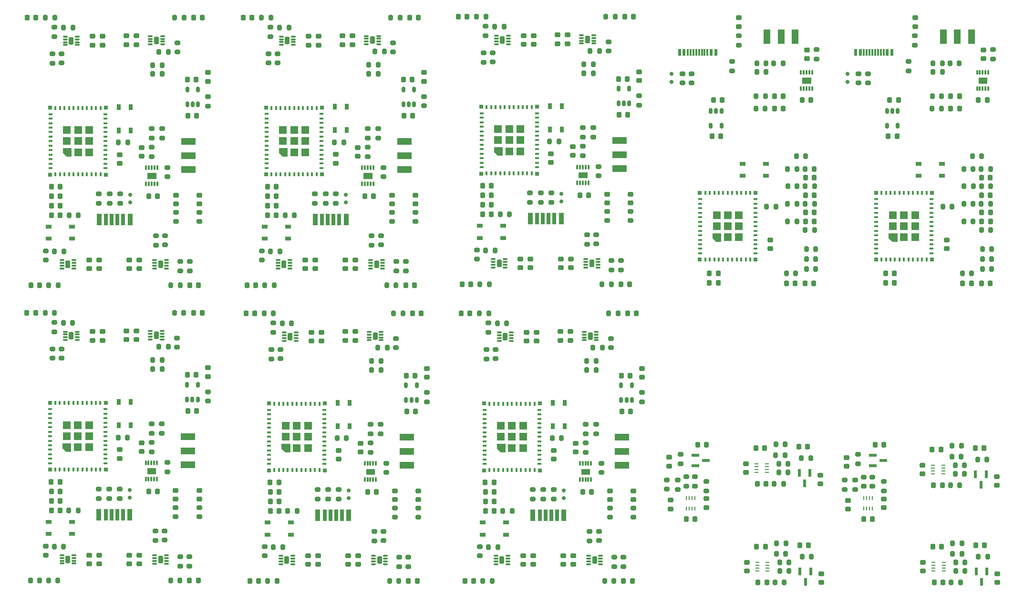
<source format=gbr>
%TF.GenerationSoftware,KiCad,Pcbnew,8.0.5*%
%TF.CreationDate,2025-01-24T10:40:51+05:30*%
%TF.ProjectId,racer_panelizatio_version2_,72616365-725f-4706-916e-656c697a6174,rev?*%
%TF.SameCoordinates,Original*%
%TF.FileFunction,Paste,Top*%
%TF.FilePolarity,Positive*%
%FSLAX46Y46*%
G04 Gerber Fmt 4.6, Leading zero omitted, Abs format (unit mm)*
G04 Created by KiCad (PCBNEW 8.0.5) date 2025-01-24 10:40:51*
%MOMM*%
%LPD*%
G01*
G04 APERTURE LIST*
G04 Aperture macros list*
%AMRoundRect*
0 Rectangle with rounded corners*
0 $1 Rounding radius*
0 $2 $3 $4 $5 $6 $7 $8 $9 X,Y pos of 4 corners*
0 Add a 4 corners polygon primitive as box body*
4,1,4,$2,$3,$4,$5,$6,$7,$8,$9,$2,$3,0*
0 Add four circle primitives for the rounded corners*
1,1,$1+$1,$2,$3*
1,1,$1+$1,$4,$5*
1,1,$1+$1,$6,$7*
1,1,$1+$1,$8,$9*
0 Add four rect primitives between the rounded corners*
20,1,$1+$1,$2,$3,$4,$5,0*
20,1,$1+$1,$4,$5,$6,$7,0*
20,1,$1+$1,$6,$7,$8,$9,0*
20,1,$1+$1,$8,$9,$2,$3,0*%
G04 Aperture macros list end*
%ADD10C,0.010000*%
%ADD11RoundRect,0.200000X-0.275000X0.200000X-0.275000X-0.200000X0.275000X-0.200000X0.275000X0.200000X0*%
%ADD12RoundRect,0.200000X0.275000X-0.200000X0.275000X0.200000X-0.275000X0.200000X-0.275000X-0.200000X0*%
%ADD13RoundRect,0.075000X-0.340000X-0.075000X0.340000X-0.075000X0.340000X0.075000X-0.340000X0.075000X0*%
%ADD14RoundRect,0.225000X-0.225000X-0.425000X0.225000X-0.425000X0.225000X0.425000X-0.225000X0.425000X0*%
%ADD15RoundRect,0.200000X0.200000X0.275000X-0.200000X0.275000X-0.200000X-0.275000X0.200000X-0.275000X0*%
%ADD16RoundRect,0.075400X-0.054600X-0.344600X0.054600X-0.344600X0.054600X0.344600X-0.054600X0.344600X0*%
%ADD17RoundRect,0.175000X0.175000X0.325000X-0.175000X0.325000X-0.175000X-0.325000X0.175000X-0.325000X0*%
%ADD18RoundRect,0.225000X-0.225000X-0.250000X0.225000X-0.250000X0.225000X0.250000X-0.225000X0.250000X0*%
%ADD19R,0.600000X1.150000*%
%ADD20R,0.300000X1.150000*%
%ADD21R,0.400000X0.800000*%
%ADD22R,0.800000X0.400000*%
%ADD23R,1.450000X1.450000*%
%ADD24R,0.700000X0.700000*%
%ADD25RoundRect,0.200000X-0.200000X-0.275000X0.200000X-0.275000X0.200000X0.275000X-0.200000X0.275000X0*%
%ADD26RoundRect,0.225000X0.225000X0.250000X-0.225000X0.250000X-0.225000X-0.250000X0.225000X-0.250000X0*%
%ADD27RoundRect,0.225000X-0.250000X0.225000X-0.250000X-0.225000X0.250000X-0.225000X0.250000X0.225000X0*%
%ADD28RoundRect,0.225000X0.250000X-0.225000X0.250000X0.225000X-0.250000X0.225000X-0.250000X-0.225000X0*%
%ADD29RoundRect,0.218750X0.256250X-0.218750X0.256250X0.218750X-0.256250X0.218750X-0.256250X-0.218750X0*%
%ADD30R,1.050000X0.650000*%
%ADD31RoundRect,0.218750X-0.218750X-0.256250X0.218750X-0.256250X0.218750X0.256250X-0.218750X0.256250X0*%
%ADD32R,0.762000X0.228600*%
%ADD33RoundRect,0.075000X0.340000X0.075000X-0.340000X0.075000X-0.340000X-0.075000X0.340000X-0.075000X0*%
%ADD34RoundRect,0.225000X0.225000X0.425000X-0.225000X0.425000X-0.225000X-0.425000X0.225000X-0.425000X0*%
%ADD35RoundRect,0.150000X-0.200000X0.150000X-0.200000X-0.150000X0.200000X-0.150000X0.200000X0.150000X0*%
%ADD36R,2.500000X1.200000*%
%ADD37R,1.200000X2.500000*%
%ADD38R,0.700000X2.000000*%
%ADD39R,0.800000X2.000000*%
%ADD40R,0.900000X2.000000*%
%ADD41R,0.650000X1.050000*%
%ADD42RoundRect,0.218750X-0.256250X0.218750X-0.256250X-0.218750X0.256250X-0.218750X0.256250X0.218750X0*%
%ADD43RoundRect,0.150000X0.200000X-0.150000X0.200000X0.150000X-0.200000X0.150000X-0.200000X-0.150000X0*%
%ADD44R,0.533400X1.320800*%
%ADD45R,1.320800X0.533400*%
%ADD46R,0.228600X0.762000*%
%ADD47RoundRect,0.175000X-0.175000X-0.325000X0.175000X-0.325000X0.175000X0.325000X-0.175000X0.325000X0*%
G04 APERTURE END LIST*
D10*
%TO.C,U14*%
X129839202Y-120887858D02*
X128337914Y-120887858D01*
X128337914Y-119887000D01*
X129839202Y-119887000D01*
X129839202Y-120887858D01*
G36*
X129839202Y-120887858D02*
G01*
X128337914Y-120887858D01*
X128337914Y-119887000D01*
X129839202Y-119887000D01*
X129839202Y-120887858D01*
G37*
%TO.C,U12*%
X114298200Y-64157000D02*
X113448200Y-64157000D01*
X112848200Y-63557000D01*
X112848200Y-62707000D01*
X114298200Y-62707000D01*
X114298200Y-64157000D01*
G36*
X114298200Y-64157000D02*
G01*
X113448200Y-64157000D01*
X112848200Y-63557000D01*
X112848200Y-62707000D01*
X114298200Y-62707000D01*
X114298200Y-64157000D01*
G37*
%TO.C,U14*%
X91158488Y-68294458D02*
X89657200Y-68294458D01*
X89657200Y-67293600D01*
X91158488Y-67293600D01*
X91158488Y-68294458D01*
G36*
X91158488Y-68294458D02*
G01*
X89657200Y-68294458D01*
X89657200Y-67293600D01*
X91158488Y-67293600D01*
X91158488Y-68294458D01*
G37*
X91648402Y-120887858D02*
X90147114Y-120887858D01*
X90147114Y-119887000D01*
X91648402Y-119887000D01*
X91648402Y-120887858D01*
G36*
X91648402Y-120887858D02*
G01*
X90147114Y-120887858D01*
X90147114Y-119887000D01*
X91648402Y-119887000D01*
X91648402Y-120887858D01*
G37*
%TO.C,U12*%
X114788114Y-116902000D02*
X113938114Y-116902000D01*
X113338114Y-116302000D01*
X113338114Y-115452000D01*
X114788114Y-115452000D01*
X114788114Y-116902000D01*
G36*
X114788114Y-116902000D02*
G01*
X113938114Y-116902000D01*
X113338114Y-116302000D01*
X113338114Y-115452000D01*
X114788114Y-115452000D01*
X114788114Y-116902000D01*
G37*
%TO.C,U5*%
X153097500Y-79461500D02*
X152247500Y-79461500D01*
X151647500Y-78861500D01*
X151647500Y-78011500D01*
X153097500Y-78011500D01*
X153097500Y-79461500D01*
G36*
X153097500Y-79461500D02*
G01*
X152247500Y-79461500D01*
X151647500Y-78861500D01*
X151647500Y-78011500D01*
X153097500Y-78011500D01*
X153097500Y-79461500D01*
G37*
%TO.C,U12*%
X76597314Y-116902000D02*
X75747314Y-116902000D01*
X75147314Y-116302000D01*
X75147314Y-115452000D01*
X76597314Y-115452000D01*
X76597314Y-116902000D01*
G36*
X76597314Y-116902000D02*
G01*
X75747314Y-116902000D01*
X75147314Y-116302000D01*
X75147314Y-115452000D01*
X76597314Y-115452000D01*
X76597314Y-116902000D01*
G37*
%TO.C,U5*%
X184375000Y-79461500D02*
X183525000Y-79461500D01*
X182925000Y-78861500D01*
X182925000Y-78011500D01*
X184375000Y-78011500D01*
X184375000Y-79461500D01*
G36*
X184375000Y-79461500D02*
G01*
X183525000Y-79461500D01*
X182925000Y-78861500D01*
X182925000Y-78011500D01*
X184375000Y-78011500D01*
X184375000Y-79461500D01*
G37*
%TO.C,U14*%
X52807688Y-68306458D02*
X51306400Y-68306458D01*
X51306400Y-67305600D01*
X52807688Y-67305600D01*
X52807688Y-68306458D01*
G36*
X52807688Y-68306458D02*
G01*
X51306400Y-68306458D01*
X51306400Y-67305600D01*
X52807688Y-67305600D01*
X52807688Y-68306458D01*
G37*
%TO.C,U12*%
X76107400Y-64308600D02*
X75257400Y-64308600D01*
X74657400Y-63708600D01*
X74657400Y-62858600D01*
X76107400Y-62858600D01*
X76107400Y-64308600D01*
G36*
X76107400Y-64308600D02*
G01*
X75257400Y-64308600D01*
X74657400Y-63708600D01*
X74657400Y-62858600D01*
X76107400Y-62858600D01*
X76107400Y-64308600D01*
G37*
X37726000Y-116796600D02*
X36876000Y-116796600D01*
X36276000Y-116196600D01*
X36276000Y-115346600D01*
X37726000Y-115346600D01*
X37726000Y-116796600D01*
G36*
X37726000Y-116796600D02*
G01*
X36876000Y-116796600D01*
X36276000Y-116196600D01*
X36276000Y-115346600D01*
X37726000Y-115346600D01*
X37726000Y-116796600D01*
G37*
%TO.C,U14*%
X129349288Y-68142858D02*
X127848000Y-68142858D01*
X127848000Y-67142000D01*
X129349288Y-67142000D01*
X129349288Y-68142858D01*
G36*
X129349288Y-68142858D02*
G01*
X127848000Y-68142858D01*
X127848000Y-67142000D01*
X129349288Y-67142000D01*
X129349288Y-68142858D01*
G37*
%TO.C,U7*%
X169073788Y-51339858D02*
X167572500Y-51339858D01*
X167572500Y-50339000D01*
X169073788Y-50339000D01*
X169073788Y-51339858D01*
G36*
X169073788Y-51339858D02*
G01*
X167572500Y-51339858D01*
X167572500Y-50339000D01*
X169073788Y-50339000D01*
X169073788Y-51339858D01*
G37*
%TO.C,U12*%
X37756600Y-64320600D02*
X36906600Y-64320600D01*
X36306600Y-63720600D01*
X36306600Y-62870600D01*
X37756600Y-62870600D01*
X37756600Y-64320600D01*
G36*
X37756600Y-64320600D02*
G01*
X36906600Y-64320600D01*
X36306600Y-63720600D01*
X36306600Y-62870600D01*
X37756600Y-62870600D01*
X37756600Y-64320600D01*
G37*
%TO.C,U14*%
X52777088Y-120782458D02*
X51275800Y-120782458D01*
X51275800Y-119781600D01*
X52777088Y-119781600D01*
X52777088Y-120782458D01*
G36*
X52777088Y-120782458D02*
G01*
X51275800Y-120782458D01*
X51275800Y-119781600D01*
X52777088Y-119781600D01*
X52777088Y-120782458D01*
G37*
%TO.C,U7*%
X200351288Y-51339858D02*
X198850000Y-51339858D01*
X198850000Y-50339000D01*
X200351288Y-50339000D01*
X200351288Y-51339858D01*
G36*
X200351288Y-51339858D02*
G01*
X198850000Y-51339858D01*
X198850000Y-50339000D01*
X200351288Y-50339000D01*
X200351288Y-51339858D01*
G37*
%TD*%
D11*
%TO.C,R1*%
X175065000Y-121885100D03*
X175065000Y-123535100D03*
%TD*%
D12*
%TO.C,R48*%
X137579514Y-128501400D03*
X137579514Y-126851400D03*
%TD*%
D11*
%TO.C,R18*%
X179210400Y-49618600D03*
X179210400Y-51268600D03*
%TD*%
D13*
%TO.C,U9*%
X51861200Y-42938600D03*
X51861200Y-43438600D03*
X51861200Y-43938600D03*
X51861200Y-44438600D03*
X53991200Y-44438600D03*
X53991200Y-43938600D03*
X53991200Y-43438600D03*
X53991200Y-42938600D03*
D14*
X52936200Y-43688600D03*
%TD*%
D15*
%TO.C,R4*%
X196464800Y-136529000D03*
X194814800Y-136529000D03*
%TD*%
D16*
%TO.C,U14*%
X128087914Y-121822000D03*
X128587914Y-121822000D03*
X129087914Y-121822000D03*
X129587914Y-121822000D03*
X130087914Y-121822000D03*
X130087914Y-118952000D03*
X129587914Y-118952000D03*
X129087914Y-118952000D03*
X128587914Y-118952000D03*
X128087914Y-118952000D03*
%TD*%
D12*
%TO.C,R49*%
X56382400Y-75932200D03*
X56382400Y-74282200D03*
%TD*%
D17*
%TO.C,U6*%
X184500000Y-56274000D03*
X183550000Y-56274000D03*
X182600000Y-56274000D03*
X182600000Y-58874000D03*
X184500000Y-58874000D03*
%TD*%
D18*
%TO.C,C32*%
X134968400Y-50547400D03*
X136518400Y-50547400D03*
%TD*%
D19*
%TO.C,P1*%
X183477500Y-45866500D03*
X182677500Y-45866500D03*
D20*
X181527500Y-45866500D03*
X180527500Y-45866500D03*
X180027500Y-45866500D03*
X179027500Y-45866500D03*
D19*
X177877500Y-45866500D03*
X177077500Y-45866500D03*
D20*
X178527500Y-45866500D03*
X179527500Y-45866500D03*
X181027500Y-45866500D03*
X182027500Y-45866500D03*
%TD*%
D12*
%TO.C,TH2*%
X52086000Y-113550200D03*
X52086000Y-111900200D03*
%TD*%
D11*
%TO.C,R25*%
X156289500Y-42913000D03*
X156289500Y-44563000D03*
%TD*%
%TO.C,R32*%
X56611000Y-44145600D03*
X56611000Y-45795600D03*
%TD*%
D21*
%TO.C,U12*%
X111548200Y-67357000D03*
X112348200Y-67357000D03*
X113148200Y-67357000D03*
X113948200Y-67357000D03*
X114748200Y-67357000D03*
X115548200Y-67357000D03*
X116348200Y-67357000D03*
X117148200Y-67357000D03*
X117948200Y-67357000D03*
X118748200Y-67357000D03*
X119548200Y-67357000D03*
D22*
X120448200Y-66257000D03*
X120448200Y-65457000D03*
X120448200Y-64657000D03*
X120448200Y-63857000D03*
X120448200Y-63057000D03*
X120448200Y-62257000D03*
X120448200Y-61457000D03*
X120448200Y-60657000D03*
X120448200Y-59857000D03*
X120448200Y-59057000D03*
X120448200Y-58257000D03*
X120448200Y-57457000D03*
X120448200Y-56657000D03*
D21*
X119548200Y-55557000D03*
X118748200Y-55557000D03*
X117948200Y-55557000D03*
X117148200Y-55557000D03*
X116348200Y-55557000D03*
X115548200Y-55557000D03*
X114748200Y-55557000D03*
X113948200Y-55557000D03*
X113148200Y-55557000D03*
X112348200Y-55557000D03*
X111548200Y-55557000D03*
D22*
X110648200Y-56657000D03*
X110648200Y-57457000D03*
X110648200Y-58257000D03*
X110648200Y-59057000D03*
X110648200Y-59857000D03*
X110648200Y-60657000D03*
X110648200Y-61457000D03*
X110648200Y-62257000D03*
X110648200Y-63057000D03*
X110648200Y-63857000D03*
X110648200Y-64657000D03*
X110648200Y-65457000D03*
X110648200Y-66257000D03*
D23*
X115548200Y-63432000D03*
X117523200Y-63432000D03*
X113573200Y-61457000D03*
X115548200Y-61457000D03*
X117523200Y-61457000D03*
X113573200Y-59482000D03*
X115548200Y-59482000D03*
X117523200Y-59482000D03*
D24*
X110598200Y-55507000D03*
X120498200Y-55507000D03*
X120498200Y-67407000D03*
X110598200Y-67407000D03*
%TD*%
D25*
%TO.C,R35*%
X73671714Y-133810200D03*
X75321714Y-133810200D03*
%TD*%
D26*
%TO.C,C29*%
X74687514Y-125720600D03*
X73137514Y-125720600D03*
%TD*%
D11*
%TO.C,R25*%
X187567000Y-42913000D03*
X187567000Y-44563000D03*
%TD*%
D18*
%TO.C,C2*%
X199428800Y-74319600D03*
X200978800Y-74319600D03*
%TD*%
D26*
%TO.C,D10*%
X99210914Y-139817600D03*
X97660914Y-139817600D03*
%TD*%
D15*
%TO.C,R2*%
X195539800Y-122773001D03*
X193889800Y-122773001D03*
%TD*%
D12*
%TO.C,R47*%
X82947600Y-72656800D03*
X82947600Y-71006800D03*
%TD*%
D27*
%TO.C,C20*%
X118158400Y-42842200D03*
X118158400Y-44392200D03*
%TD*%
D11*
%TO.C,R56*%
X130968200Y-78272000D03*
X130968200Y-79922000D03*
%TD*%
D28*
%TO.C,C34*%
X126853400Y-64162600D03*
X126853400Y-62612600D03*
%TD*%
D29*
%TO.C,D1*%
X182050000Y-126825000D03*
X182050000Y-125250000D03*
%TD*%
D18*
%TO.C,C2*%
X168151300Y-74319600D03*
X169701300Y-74319600D03*
%TD*%
%TO.C,C31*%
X135550514Y-109667800D03*
X137100514Y-109667800D03*
%TD*%
D16*
%TO.C,U14*%
X89407200Y-69228600D03*
X89907200Y-69228600D03*
X90407200Y-69228600D03*
X90907200Y-69228600D03*
X91407200Y-69228600D03*
X91407200Y-66358600D03*
X90907200Y-66358600D03*
X90407200Y-66358600D03*
X89907200Y-66358600D03*
X89407200Y-66358600D03*
%TD*%
D12*
%TO.C,R46*%
X46420400Y-125144800D03*
X46420400Y-123494800D03*
%TD*%
D25*
%TO.C,R9*%
X164735500Y-85140000D03*
X166385500Y-85140000D03*
%TD*%
D12*
%TO.C,R19*%
X111359400Y-42863400D03*
X111359400Y-41213400D03*
%TD*%
D11*
%TO.C,R56*%
X131458114Y-131017000D03*
X131458114Y-132667000D03*
%TD*%
D25*
%TO.C,R24*%
X159497500Y-49274000D03*
X161147500Y-49274000D03*
%TD*%
D18*
%TO.C,C3*%
X198370800Y-133481000D03*
X199920800Y-133481000D03*
%TD*%
D17*
%TO.C,U6*%
X153222500Y-56274000D03*
X152272500Y-56274000D03*
X151322500Y-56274000D03*
X151322500Y-58874000D03*
X153222500Y-58874000D03*
%TD*%
D30*
%TO.C,S9*%
X72135000Y-76827400D03*
X76285000Y-76827400D03*
X72135000Y-78977400D03*
X76285000Y-78977400D03*
%TD*%
D11*
%TO.C,R56*%
X54396000Y-130911600D03*
X54396000Y-132561600D03*
%TD*%
D15*
%TO.C,R38*%
X77887114Y-127397000D03*
X76237114Y-127397000D03*
%TD*%
D30*
%TO.C,S9*%
X33784200Y-76839400D03*
X37934200Y-76839400D03*
X33784200Y-78989400D03*
X37934200Y-78989400D03*
%TD*%
D12*
%TO.C,TH2*%
X90467400Y-61062200D03*
X90467400Y-59412200D03*
%TD*%
D18*
%TO.C,C3*%
X168125900Y-71220800D03*
X169675900Y-71220800D03*
%TD*%
D25*
%TO.C,R35*%
X73181800Y-81216800D03*
X74831800Y-81216800D03*
%TD*%
D18*
%TO.C,C33*%
X128110400Y-71248400D03*
X129660400Y-71248400D03*
%TD*%
D25*
%TO.C,R58*%
X128822400Y-47931200D03*
X130472400Y-47931200D03*
%TD*%
D27*
%TO.C,C18*%
X120426314Y-95587200D03*
X120426314Y-97137200D03*
%TD*%
D12*
%TO.C,R19*%
X73658514Y-95608400D03*
X73658514Y-93958400D03*
%TD*%
D25*
%TO.C,R41*%
X110356600Y-87072600D03*
X112006600Y-87072600D03*
%TD*%
D31*
%TO.C,D2*%
X159454300Y-133735000D03*
X161029300Y-133735000D03*
%TD*%
D25*
%TO.C,R41*%
X110846514Y-139817600D03*
X112496514Y-139817600D03*
%TD*%
D15*
%TO.C,R39*%
X130962314Y-102276400D03*
X129312314Y-102276400D03*
%TD*%
D26*
%TO.C,C29*%
X74197600Y-73127200D03*
X72647600Y-73127200D03*
%TD*%
D11*
%TO.C,R32*%
X56580400Y-96621600D03*
X56580400Y-98271600D03*
%TD*%
D25*
%TO.C,R31*%
X112972800Y-41276400D03*
X114622800Y-41276400D03*
%TD*%
D11*
%TO.C,R32*%
X94961800Y-44133600D03*
X94961800Y-45783600D03*
%TD*%
D27*
%TO.C,C30*%
X84751000Y-63995600D03*
X84751000Y-65545600D03*
%TD*%
D12*
%TO.C,R48*%
X99388714Y-128501400D03*
X99388714Y-126851400D03*
%TD*%
D32*
%TO.C,U1*%
X190739700Y-119240999D03*
X190739700Y-119741000D03*
X190739700Y-120241000D03*
X190739700Y-120741001D03*
X192593900Y-120741001D03*
X192593900Y-120241000D03*
X192593900Y-119741000D03*
X192593900Y-119240999D03*
%TD*%
D11*
%TO.C,R51*%
X90466000Y-62714200D03*
X90466000Y-64364200D03*
%TD*%
D15*
%TO.C,R3*%
X164493500Y-117470000D03*
X162843500Y-117470000D03*
%TD*%
D27*
%TO.C,D16*%
X56351800Y-123722600D03*
X56351800Y-125272600D03*
%TD*%
D18*
%TO.C,C1*%
X199428800Y-75869000D03*
X200978800Y-75869000D03*
%TD*%
D11*
%TO.C,R4*%
X178494000Y-121339500D03*
X178494000Y-122989500D03*
%TD*%
D12*
%TO.C,R37*%
X97661514Y-137264400D03*
X97661514Y-135614400D03*
%TD*%
D31*
%TO.C,D1*%
X190979300Y-140085000D03*
X192554300Y-140085000D03*
%TD*%
D15*
%TO.C,R6*%
X197930000Y-69671400D03*
X196280000Y-69671400D03*
%TD*%
D11*
%TO.C,R52*%
X130460200Y-59260600D03*
X130460200Y-60910600D03*
%TD*%
D26*
%TO.C,D10*%
X98721000Y-87224200D03*
X97171000Y-87224200D03*
%TD*%
D12*
%TO.C,R19*%
X34787200Y-95503000D03*
X34787200Y-93853000D03*
%TD*%
D15*
%TO.C,R2*%
X164239500Y-122538001D03*
X162589500Y-122538001D03*
%TD*%
D25*
%TO.C,R41*%
X72165800Y-87224200D03*
X73815800Y-87224200D03*
%TD*%
D26*
%TO.C,C28*%
X35821400Y-69735600D03*
X34271400Y-69735600D03*
%TD*%
D33*
%TO.C,U8*%
X115423400Y-44367200D03*
X115423400Y-43867200D03*
X115423400Y-43367200D03*
X115423400Y-42867200D03*
X113293400Y-42867200D03*
X113293400Y-43367200D03*
X113293400Y-43867200D03*
X113293400Y-44367200D03*
D34*
X114348400Y-43617200D03*
%TD*%
D30*
%TO.C,S9*%
X33753600Y-129315400D03*
X37903600Y-129315400D03*
X33753600Y-131465400D03*
X37903600Y-131465400D03*
%TD*%
D18*
%TO.C,D7*%
X30639200Y-87245600D03*
X32189200Y-87245600D03*
%TD*%
D11*
%TO.C,R50*%
X93234600Y-66295600D03*
X93234600Y-67945600D03*
%TD*%
%TO.C,R52*%
X53888000Y-111900200D03*
X53888000Y-113550200D03*
%TD*%
D35*
%TO.C,D13*%
X48198400Y-125019800D03*
X48198400Y-123619800D03*
%TD*%
D26*
%TO.C,C29*%
X112388400Y-72975600D03*
X110838400Y-72975600D03*
%TD*%
D27*
%TO.C,C30*%
X123431714Y-116589000D03*
X123431714Y-118139000D03*
%TD*%
D11*
%TO.C,R17*%
X146281900Y-49618600D03*
X146281900Y-51268600D03*
%TD*%
D27*
%TO.C,D15*%
X99388714Y-123828000D03*
X99388714Y-125378000D03*
%TD*%
D12*
%TO.C,R48*%
X137089600Y-75756400D03*
X137089600Y-74106400D03*
%TD*%
%TO.C,R34*%
X33288600Y-135254000D03*
X33288600Y-133604000D03*
%TD*%
D25*
%TO.C,R14*%
X199328000Y-66572600D03*
X200978000Y-66572600D03*
%TD*%
D16*
%TO.C,U14*%
X89897114Y-121822000D03*
X90397114Y-121822000D03*
X90897114Y-121822000D03*
X91397114Y-121822000D03*
X91897114Y-121822000D03*
X91897114Y-118952000D03*
X91397114Y-118952000D03*
X90897114Y-118952000D03*
X90397114Y-118952000D03*
X89897114Y-118952000D03*
%TD*%
D12*
%TO.C,R46*%
X123482514Y-125250200D03*
X123482514Y-123600200D03*
%TD*%
D15*
%TO.C,R42*%
X57087600Y-139712200D03*
X55437600Y-139712200D03*
%TD*%
D36*
%TO.C,S7*%
X135591514Y-119279800D03*
X135591514Y-116779800D03*
X135591514Y-114279800D03*
%TD*%
D11*
%TO.C,R5*%
X180018000Y-121339500D03*
X180018000Y-122989500D03*
%TD*%
D15*
%TO.C,R2*%
X195639800Y-140073001D03*
X193989800Y-140073001D03*
%TD*%
D18*
%TO.C,D12*%
X106997314Y-92243400D03*
X108547314Y-92243400D03*
%TD*%
D37*
%TO.C,S1*%
X166322500Y-43024000D03*
X163822500Y-43024000D03*
X161322500Y-43024000D03*
%TD*%
D38*
%TO.C,P2*%
X83336600Y-75564200D03*
D39*
X82316600Y-75564200D03*
D40*
X81086600Y-75564200D03*
D38*
X84336600Y-75564200D03*
D39*
X85356600Y-75564200D03*
D40*
X86586600Y-75564200D03*
%TD*%
D30*
%TO.C,S4*%
X192402800Y-67808200D03*
X188252800Y-67808200D03*
X192402800Y-65658200D03*
X188252800Y-65658200D03*
%TD*%
D11*
%TO.C,R32*%
X95451714Y-96727000D03*
X95451714Y-98377000D03*
%TD*%
%TO.C,R51*%
X129146714Y-115307600D03*
X129146714Y-116957600D03*
%TD*%
D27*
%TO.C,D15*%
X98898800Y-71234600D03*
X98898800Y-72784600D03*
%TD*%
D18*
%TO.C,C31*%
X58519000Y-57086400D03*
X60069000Y-57086400D03*
%TD*%
D27*
%TO.C,C22*%
X81608714Y-135321200D03*
X81608714Y-136871200D03*
%TD*%
D25*
%TO.C,R41*%
X72655714Y-139817600D03*
X74305714Y-139817600D03*
%TD*%
D26*
%TO.C,C28*%
X74172200Y-69723600D03*
X72622200Y-69723600D03*
%TD*%
D25*
%TO.C,R3*%
X199382600Y-77429600D03*
X201032600Y-77429600D03*
%TD*%
%TO.C,R21*%
X190653600Y-53669400D03*
X192303600Y-53669400D03*
%TD*%
%TO.C,R44*%
X109759400Y-39498400D03*
X111409400Y-39498400D03*
%TD*%
D13*
%TO.C,U11*%
X91455314Y-135371200D03*
X91455314Y-135871200D03*
X91455314Y-136371200D03*
X91455314Y-136871200D03*
X93585314Y-136871200D03*
X93585314Y-136371200D03*
X93585314Y-135871200D03*
X93585314Y-135371200D03*
D14*
X92530314Y-136121200D03*
%TD*%
D18*
%TO.C,C33*%
X51538200Y-123888000D03*
X53088200Y-123888000D03*
%TD*%
D41*
%TO.C,S8*%
X84590400Y-59682800D03*
X84590400Y-55532800D03*
X86740400Y-59682800D03*
X86740400Y-55532800D03*
%TD*%
D12*
%TO.C,TH2*%
X52116600Y-61074200D03*
X52116600Y-59424200D03*
%TD*%
D11*
%TO.C,R53*%
X138629600Y-53559800D03*
X138629600Y-55209800D03*
%TD*%
D15*
%TO.C,TH1*%
X192425000Y-47774000D03*
X190775000Y-47774000D03*
%TD*%
D11*
%TO.C,R1*%
X143538800Y-121851600D03*
X143538800Y-123501600D03*
%TD*%
D41*
%TO.C,S8*%
X46239600Y-59694800D03*
X46239600Y-55544800D03*
X48389600Y-59694800D03*
X48389600Y-55544800D03*
%TD*%
D27*
%TO.C,D16*%
X132924000Y-71083000D03*
X132924000Y-72633000D03*
%TD*%
D35*
%TO.C,D13*%
X125260514Y-125125200D03*
X125260514Y-123725200D03*
%TD*%
D25*
%TO.C,R7*%
X199365600Y-69671400D03*
X201015600Y-69671400D03*
%TD*%
D42*
%TO.C,D6*%
X187592400Y-39673900D03*
X187592400Y-41248900D03*
%TD*%
D11*
%TO.C,R52*%
X53918600Y-59424200D03*
X53918600Y-61074200D03*
%TD*%
D26*
%TO.C,C28*%
X35790800Y-122211600D03*
X34240800Y-122211600D03*
%TD*%
D15*
%TO.C,R4*%
X165064500Y-118994000D03*
X163414500Y-118994000D03*
%TD*%
D18*
%TO.C,D12*%
X29965800Y-39662000D03*
X31515800Y-39662000D03*
%TD*%
D42*
%TO.C,D14*%
X62057400Y-101916900D03*
X62057400Y-103491900D03*
%TD*%
D25*
%TO.C,R44*%
X33187200Y-92138000D03*
X34837200Y-92138000D03*
%TD*%
%TO.C,R10*%
X166513500Y-64312000D03*
X168163500Y-64312000D03*
%TD*%
D15*
%TO.C,R43*%
X96167800Y-39650000D03*
X94517800Y-39650000D03*
%TD*%
D26*
%TO.C,C29*%
X112878314Y-125720600D03*
X111328314Y-125720600D03*
%TD*%
D18*
%TO.C,C32*%
X97267514Y-103292400D03*
X98817514Y-103292400D03*
%TD*%
D25*
%TO.C,R10*%
X197791000Y-64312000D03*
X199441000Y-64312000D03*
%TD*%
D27*
%TO.C,D16*%
X133413914Y-123828000D03*
X133413914Y-125378000D03*
%TD*%
D42*
%TO.C,D14*%
X100928714Y-102022300D03*
X100928714Y-103597300D03*
%TD*%
D26*
%TO.C,D11*%
X137610600Y-39523800D03*
X136060600Y-39523800D03*
%TD*%
D25*
%TO.C,R14*%
X168050500Y-66572600D03*
X169700500Y-66572600D03*
%TD*%
D18*
%TO.C,D7*%
X69479914Y-139827000D03*
X71029914Y-139827000D03*
%TD*%
D26*
%TO.C,C29*%
X35846800Y-73139200D03*
X34296800Y-73139200D03*
%TD*%
D15*
%TO.C,R33*%
X93871914Y-98302000D03*
X92221914Y-98302000D03*
%TD*%
D12*
%TO.C,R48*%
X98898800Y-75908000D03*
X98898800Y-74258000D03*
%TD*%
D28*
%TO.C,C17*%
X168430700Y-46976800D03*
X168430700Y-45426800D03*
%TD*%
D27*
%TO.C,C24*%
X40990000Y-82739800D03*
X40990000Y-84289800D03*
%TD*%
D15*
%TO.C,R1*%
X164648200Y-133100000D03*
X162998200Y-133100000D03*
%TD*%
D12*
%TO.C,R54*%
X73328314Y-100332800D03*
X73328314Y-98682800D03*
%TD*%
D28*
%TO.C,C25*%
X49888000Y-136778800D03*
X49888000Y-135228800D03*
%TD*%
D43*
%TO.C,D5*%
X175603600Y-49681600D03*
X175603600Y-51081600D03*
%TD*%
D12*
%TO.C,R55*%
X113114714Y-100319600D03*
X113114714Y-98669600D03*
%TD*%
D11*
%TO.C,R16*%
X155146500Y-47459600D03*
X155146500Y-49109600D03*
%TD*%
D25*
%TO.C,R23*%
X193775000Y-47774000D03*
X195425000Y-47774000D03*
%TD*%
%TO.C,R7*%
X168088100Y-69671400D03*
X169738100Y-69671400D03*
%TD*%
D26*
%TO.C,D11*%
X61038400Y-92163400D03*
X59488400Y-92163400D03*
%TD*%
D15*
%TO.C,R12*%
X169941500Y-84378000D03*
X168291500Y-84378000D03*
%TD*%
%TO.C,R6*%
X166652500Y-69671400D03*
X165002500Y-69671400D03*
%TD*%
D25*
%TO.C,R31*%
X113462714Y-94021400D03*
X115112714Y-94021400D03*
%TD*%
D12*
%TO.C,R45*%
X119748714Y-125250200D03*
X119748714Y-123600200D03*
%TD*%
D15*
%TO.C,R43*%
X134358600Y-39498400D03*
X132708600Y-39498400D03*
%TD*%
D36*
%TO.C,S7*%
X58560000Y-66698400D03*
X58560000Y-64198400D03*
X58560000Y-61698400D03*
%TD*%
D27*
%TO.C,D15*%
X60548000Y-71246600D03*
X60548000Y-72796600D03*
%TD*%
D15*
%TO.C,R1*%
X169941500Y-80822000D03*
X168291500Y-80822000D03*
%TD*%
D12*
%TO.C,R22*%
X201410000Y-47026800D03*
X201410000Y-45376800D03*
%TD*%
%TO.C,R48*%
X60548000Y-75920000D03*
X60548000Y-74270000D03*
%TD*%
%TO.C,R54*%
X34487600Y-47751400D03*
X34487600Y-46101400D03*
%TD*%
D44*
%TO.C,U2*%
X169065801Y-138129200D03*
X167165799Y-138129200D03*
X168115800Y-140008800D03*
%TD*%
D27*
%TO.C,C20*%
X80457514Y-95587200D03*
X80457514Y-97137200D03*
%TD*%
D11*
%TO.C,R16*%
X186424000Y-47459600D03*
X186424000Y-49109600D03*
%TD*%
D12*
%TO.C,R55*%
X36052600Y-100214200D03*
X36052600Y-98564200D03*
%TD*%
D44*
%TO.C,U2*%
X200336801Y-138129200D03*
X198436799Y-138129200D03*
X199386800Y-140008800D03*
%TD*%
D18*
%TO.C,C1*%
X146966799Y-128798000D03*
X148516799Y-128798000D03*
%TD*%
D15*
%TO.C,R13*%
X201219000Y-82600000D03*
X199569000Y-82600000D03*
%TD*%
D25*
%TO.C,R58*%
X91121514Y-100676200D03*
X92771514Y-100676200D03*
%TD*%
%TO.C,R23*%
X162497500Y-47774000D03*
X164147500Y-47774000D03*
%TD*%
D28*
%TO.C,C3*%
X143919800Y-119400000D03*
X143919800Y-117850000D03*
%TD*%
D25*
%TO.C,R11*%
X192507800Y-73252800D03*
X194157800Y-73252800D03*
%TD*%
D28*
%TO.C,C19*%
X124633714Y-97045000D03*
X124633714Y-95495000D03*
%TD*%
D27*
%TO.C,C18*%
X82235514Y-95587200D03*
X82235514Y-97137200D03*
%TD*%
D25*
%TO.C,R40*%
X84510200Y-61849600D03*
X86160200Y-61849600D03*
%TD*%
D27*
%TO.C,C24*%
X79340800Y-82727800D03*
X79340800Y-84277800D03*
%TD*%
D33*
%TO.C,U8*%
X38881800Y-44530800D03*
X38881800Y-44030800D03*
X38881800Y-43530800D03*
X38881800Y-43030800D03*
X36751800Y-43030800D03*
X36751800Y-43530800D03*
X36751800Y-44030800D03*
X36751800Y-44530800D03*
D34*
X37806800Y-43780800D03*
%TD*%
D18*
%TO.C,C31*%
X96869800Y-57074400D03*
X98419800Y-57074400D03*
%TD*%
D27*
%TO.C,C22*%
X119799514Y-135321200D03*
X119799514Y-136871200D03*
%TD*%
%TO.C,C30*%
X46369600Y-116483600D03*
X46369600Y-118033600D03*
%TD*%
D12*
%TO.C,R37*%
X135362400Y-84519400D03*
X135362400Y-82869400D03*
%TD*%
D21*
%TO.C,U12*%
X112038114Y-120102000D03*
X112838114Y-120102000D03*
X113638114Y-120102000D03*
X114438114Y-120102000D03*
X115238114Y-120102000D03*
X116038114Y-120102000D03*
X116838114Y-120102000D03*
X117638114Y-120102000D03*
X118438114Y-120102000D03*
X119238114Y-120102000D03*
X120038114Y-120102000D03*
D22*
X120938114Y-119002000D03*
X120938114Y-118202000D03*
X120938114Y-117402000D03*
X120938114Y-116602000D03*
X120938114Y-115802000D03*
X120938114Y-115002000D03*
X120938114Y-114202000D03*
X120938114Y-113402000D03*
X120938114Y-112602000D03*
X120938114Y-111802000D03*
X120938114Y-111002000D03*
X120938114Y-110202000D03*
X120938114Y-109402000D03*
D21*
X120038114Y-108302000D03*
X119238114Y-108302000D03*
X118438114Y-108302000D03*
X117638114Y-108302000D03*
X116838114Y-108302000D03*
X116038114Y-108302000D03*
X115238114Y-108302000D03*
X114438114Y-108302000D03*
X113638114Y-108302000D03*
X112838114Y-108302000D03*
X112038114Y-108302000D03*
D22*
X111138114Y-109402000D03*
X111138114Y-110202000D03*
X111138114Y-111002000D03*
X111138114Y-111802000D03*
X111138114Y-112602000D03*
X111138114Y-113402000D03*
X111138114Y-114202000D03*
X111138114Y-115002000D03*
X111138114Y-115802000D03*
X111138114Y-116602000D03*
X111138114Y-117402000D03*
X111138114Y-118202000D03*
X111138114Y-119002000D03*
D23*
X116038114Y-116177000D03*
X118013114Y-116177000D03*
X114063114Y-114202000D03*
X116038114Y-114202000D03*
X118013114Y-114202000D03*
X114063114Y-112227000D03*
X116038114Y-112227000D03*
X118013114Y-112227000D03*
D24*
X111088114Y-108252000D03*
X120988114Y-108252000D03*
X120988114Y-120152000D03*
X111088114Y-120152000D03*
%TD*%
D26*
%TO.C,D8*%
X164201900Y-55803000D03*
X162651900Y-55803000D03*
%TD*%
D15*
%TO.C,R33*%
X93382000Y-45708600D03*
X91732000Y-45708600D03*
%TD*%
D35*
%TO.C,D13*%
X86579800Y-72531800D03*
X86579800Y-71131800D03*
%TD*%
D13*
%TO.C,U9*%
X128402800Y-42775000D03*
X128402800Y-43275000D03*
X128402800Y-43775000D03*
X128402800Y-44275000D03*
X130532800Y-44275000D03*
X130532800Y-43775000D03*
X130532800Y-43275000D03*
X130532800Y-42775000D03*
D14*
X129477800Y-43525000D03*
%TD*%
D12*
%TO.C,R47*%
X83437514Y-125250200D03*
X83437514Y-123600200D03*
%TD*%
D15*
%TO.C,R39*%
X53900200Y-102171000D03*
X52250200Y-102171000D03*
%TD*%
D25*
%TO.C,R40*%
X123190914Y-114443000D03*
X124840914Y-114443000D03*
%TD*%
D33*
%TO.C,U10*%
X77134714Y-136834200D03*
X77134714Y-136334200D03*
X77134714Y-135834200D03*
X77134714Y-135334200D03*
X75004714Y-135334200D03*
X75004714Y-135834200D03*
X75004714Y-136334200D03*
X75004714Y-136834200D03*
D34*
X76059714Y-136084200D03*
%TD*%
D28*
%TO.C,C25*%
X126460200Y-84139200D03*
X126460200Y-82589200D03*
%TD*%
D12*
%TO.C,R45*%
X81557914Y-125250200D03*
X81557914Y-123600200D03*
%TD*%
D26*
%TO.C,D11*%
X99419800Y-39675400D03*
X97869800Y-39675400D03*
%TD*%
D12*
%TO.C,R47*%
X44566200Y-125144800D03*
X44566200Y-123494800D03*
%TD*%
D30*
%TO.C,S9*%
X72624914Y-129420800D03*
X76774914Y-129420800D03*
X72624914Y-131570800D03*
X76774914Y-131570800D03*
%TD*%
D18*
%TO.C,C4*%
X199403400Y-68122000D03*
X200953400Y-68122000D03*
%TD*%
D15*
%TO.C,R3*%
X195893800Y-135005000D03*
X194243800Y-135005000D03*
%TD*%
D25*
%TO.C,R9*%
X196013000Y-85140000D03*
X197663000Y-85140000D03*
%TD*%
D28*
%TO.C,C25*%
X126950114Y-136884200D03*
X126950114Y-135334200D03*
%TD*%
D15*
%TO.C,R39*%
X130472400Y-49531400D03*
X128822400Y-49531400D03*
%TD*%
D27*
%TO.C,C18*%
X43394800Y-43005800D03*
X43394800Y-44555800D03*
%TD*%
D36*
%TO.C,S7*%
X96910800Y-66686400D03*
X96910800Y-64186400D03*
X96910800Y-61686400D03*
%TD*%
D12*
%TO.C,R55*%
X74434000Y-47726200D03*
X74434000Y-46076200D03*
%TD*%
D36*
%TO.C,S7*%
X135101600Y-66534800D03*
X135101600Y-64034800D03*
X135101600Y-61534800D03*
%TD*%
D27*
%TO.C,C20*%
X41586200Y-95481800D03*
X41586200Y-97031800D03*
%TD*%
D18*
%TO.C,C4*%
X168125900Y-68122000D03*
X169675900Y-68122000D03*
%TD*%
D25*
%TO.C,R24*%
X190775000Y-49274000D03*
X192425000Y-49274000D03*
%TD*%
D26*
%TO.C,C26*%
X35816200Y-123888000D03*
X34266200Y-123888000D03*
%TD*%
D29*
%TO.C,D2*%
X144173800Y-127045500D03*
X144173800Y-125470500D03*
%TD*%
D11*
%TO.C,R57*%
X91641714Y-131042400D03*
X91641714Y-132692400D03*
%TD*%
D12*
%TO.C,R37*%
X135852314Y-137264400D03*
X135852314Y-135614400D03*
%TD*%
D18*
%TO.C,D7*%
X107670714Y-139827000D03*
X109220714Y-139827000D03*
%TD*%
D11*
%TO.C,R57*%
X129342600Y-78297400D03*
X129342600Y-79947400D03*
%TD*%
D41*
%TO.C,S8*%
X122781200Y-59531200D03*
X122781200Y-55381200D03*
X124931200Y-59531200D03*
X124931200Y-55381200D03*
%TD*%
D26*
%TO.C,C26*%
X112388400Y-71248400D03*
X110838400Y-71248400D03*
%TD*%
D31*
%TO.C,D2*%
X190625300Y-116435000D03*
X192200300Y-116435000D03*
%TD*%
D11*
%TO.C,R6*%
X177478000Y-117338500D03*
X177478000Y-118988500D03*
%TD*%
D13*
%TO.C,U9*%
X128892714Y-95520000D03*
X128892714Y-96020000D03*
X128892714Y-96520000D03*
X128892714Y-97020000D03*
X131022714Y-97020000D03*
X131022714Y-96520000D03*
X131022714Y-96020000D03*
X131022714Y-95520000D03*
D14*
X129967714Y-96270000D03*
%TD*%
D45*
%TO.C,U2*%
X148568000Y-117433999D03*
X148568000Y-119334001D03*
X150447600Y-118384000D03*
%TD*%
D25*
%TO.C,R44*%
X71568600Y-39650000D03*
X73218600Y-39650000D03*
%TD*%
D12*
%TO.C,R47*%
X121628314Y-125250200D03*
X121628314Y-123600200D03*
%TD*%
D28*
%TO.C,C34*%
X127343314Y-116907600D03*
X127343314Y-115357600D03*
%TD*%
D18*
%TO.C,C33*%
X89919600Y-71400000D03*
X91469600Y-71400000D03*
%TD*%
D27*
%TO.C,C18*%
X119936400Y-42842200D03*
X119936400Y-44392200D03*
%TD*%
D28*
%TO.C,C25*%
X49918600Y-84302800D03*
X49918600Y-82752800D03*
%TD*%
D25*
%TO.C,R41*%
X33784400Y-139712200D03*
X35434400Y-139712200D03*
%TD*%
%TO.C,R58*%
X129312314Y-100676200D03*
X130962314Y-100676200D03*
%TD*%
D19*
%TO.C,P1*%
X152200000Y-45866500D03*
X151400000Y-45866500D03*
D20*
X150250000Y-45866500D03*
X149250000Y-45866500D03*
X148750000Y-45866500D03*
X147750000Y-45866500D03*
D19*
X146600000Y-45866500D03*
X145800000Y-45866500D03*
D20*
X147250000Y-45866500D03*
X148250000Y-45866500D03*
X149750000Y-45866500D03*
X150750000Y-45866500D03*
%TD*%
D12*
%TO.C,R49*%
X56351800Y-128408200D03*
X56351800Y-126758200D03*
%TD*%
D15*
%TO.C,R4*%
X165193800Y-136529000D03*
X163543800Y-136529000D03*
%TD*%
%TO.C,TH1*%
X161147500Y-47774000D03*
X159497500Y-47774000D03*
%TD*%
D25*
%TO.C,R3*%
X168105100Y-77429600D03*
X169755100Y-77429600D03*
%TD*%
D15*
%TO.C,R5*%
X165064500Y-120518000D03*
X163414500Y-120518000D03*
%TD*%
D25*
%TO.C,R20*%
X190629400Y-55803000D03*
X192279400Y-55803000D03*
%TD*%
D12*
%TO.C,TH2*%
X128658200Y-60910600D03*
X128658200Y-59260600D03*
%TD*%
D18*
%TO.C,C32*%
X58426800Y-50711000D03*
X59976800Y-50711000D03*
%TD*%
D27*
%TO.C,C22*%
X81118800Y-82727800D03*
X81118800Y-84277800D03*
%TD*%
D28*
%TO.C,C34*%
X88662600Y-64314200D03*
X88662600Y-62764200D03*
%TD*%
%TO.C,C34*%
X89152514Y-116907600D03*
X89152514Y-115357600D03*
%TD*%
D11*
%TO.C,R2*%
X182038001Y-122164500D03*
X182038001Y-123814500D03*
%TD*%
D25*
%TO.C,R11*%
X161230300Y-73252800D03*
X162880300Y-73252800D03*
%TD*%
D26*
%TO.C,C9*%
X183922400Y-86791000D03*
X182372400Y-86791000D03*
%TD*%
D45*
%TO.C,U2*%
X180094200Y-117467499D03*
X180094200Y-119367501D03*
X181973800Y-118417500D03*
%TD*%
D15*
%TO.C,R13*%
X169941500Y-82600000D03*
X168291500Y-82600000D03*
%TD*%
D11*
%TO.C,R36*%
X96035914Y-135614400D03*
X96035914Y-137264400D03*
%TD*%
D15*
%TO.C,R42*%
X95958914Y-139817600D03*
X94308914Y-139817600D03*
%TD*%
D26*
%TO.C,C28*%
X112852914Y-122317000D03*
X111302914Y-122317000D03*
%TD*%
D11*
%TO.C,R5*%
X148491800Y-121306000D03*
X148491800Y-122956000D03*
%TD*%
D15*
%TO.C,R33*%
X131572800Y-45557000D03*
X129922800Y-45557000D03*
%TD*%
D35*
%TO.C,D13*%
X124770600Y-72380200D03*
X124770600Y-70980200D03*
%TD*%
D12*
%TO.C,TH2*%
X129148114Y-113655600D03*
X129148114Y-112005600D03*
%TD*%
%TO.C,R34*%
X72159914Y-135359400D03*
X72159914Y-133709400D03*
%TD*%
D13*
%TO.C,U9*%
X90701914Y-95520000D03*
X90701914Y-96020000D03*
X90701914Y-96520000D03*
X90701914Y-97020000D03*
X92831914Y-97020000D03*
X92831914Y-96520000D03*
X92831914Y-96020000D03*
X92831914Y-95520000D03*
D14*
X91776914Y-96270000D03*
%TD*%
D31*
%TO.C,D2*%
X190725300Y-133735000D03*
X192300300Y-133735000D03*
%TD*%
D42*
%TO.C,D6*%
X156314900Y-39673900D03*
X156314900Y-41248900D03*
%TD*%
D18*
%TO.C,C3*%
X199403400Y-71220800D03*
X200953400Y-71220800D03*
%TD*%
D46*
%TO.C,U1*%
X178505999Y-126964600D03*
X179006000Y-126964600D03*
X179506000Y-126964600D03*
X180006001Y-126964600D03*
X180006001Y-125110400D03*
X179506000Y-125110400D03*
X179006000Y-125110400D03*
X178505999Y-125110400D03*
%TD*%
D15*
%TO.C,R38*%
X115588000Y-74652000D03*
X113938000Y-74652000D03*
%TD*%
D26*
%TO.C,D9*%
X195477200Y-53655400D03*
X193927200Y-53655400D03*
%TD*%
D47*
%TO.C,U13*%
X96744800Y-55072400D03*
X97694800Y-55072400D03*
X98644800Y-55072400D03*
X98644800Y-52472400D03*
X96744800Y-52472400D03*
%TD*%
D38*
%TO.C,P2*%
X44955200Y-128052200D03*
D39*
X43935200Y-128052200D03*
D40*
X42705200Y-128052200D03*
D38*
X45955200Y-128052200D03*
D39*
X46975200Y-128052200D03*
D40*
X48205200Y-128052200D03*
%TD*%
D33*
%TO.C,U10*%
X38294000Y-84252800D03*
X38294000Y-83752800D03*
X38294000Y-83252800D03*
X38294000Y-82752800D03*
X36164000Y-82752800D03*
X36164000Y-83252800D03*
X36164000Y-83752800D03*
X36164000Y-84252800D03*
D34*
X37219000Y-83502800D03*
%TD*%
D33*
%TO.C,U10*%
X114835600Y-84089200D03*
X114835600Y-83589200D03*
X114835600Y-83089200D03*
X114835600Y-82589200D03*
X112705600Y-82589200D03*
X112705600Y-83089200D03*
X112705600Y-83589200D03*
X112705600Y-84089200D03*
D34*
X113760600Y-83339200D03*
%TD*%
D36*
%TO.C,S7*%
X58529400Y-119174400D03*
X58529400Y-116674400D03*
X58529400Y-114174400D03*
%TD*%
D15*
%TO.C,R43*%
X96657714Y-92243400D03*
X95007714Y-92243400D03*
%TD*%
D32*
%TO.C,U1*%
X190839700Y-136540999D03*
X190839700Y-137041000D03*
X190839700Y-137541000D03*
X190839700Y-138041001D03*
X192693900Y-138041001D03*
X192693900Y-137541000D03*
X192693900Y-137041000D03*
X192693900Y-136540999D03*
%TD*%
D25*
%TO.C,R31*%
X36400600Y-93916000D03*
X38050600Y-93916000D03*
%TD*%
D11*
%TO.C,R18*%
X147932900Y-49618600D03*
X147932900Y-51268600D03*
%TD*%
D32*
%TO.C,U1*%
X159568700Y-136540999D03*
X159568700Y-137041000D03*
X159568700Y-137541000D03*
X159568700Y-138041001D03*
X161422900Y-138041001D03*
X161422900Y-137541000D03*
X161422900Y-137041000D03*
X161422900Y-136540999D03*
%TD*%
D15*
%TO.C,R4*%
X196364800Y-119229000D03*
X194714800Y-119229000D03*
%TD*%
D28*
%TO.C,C17*%
X199708200Y-46976800D03*
X199708200Y-45426800D03*
%TD*%
D12*
%TO.C,R19*%
X34817800Y-43027000D03*
X34817800Y-41377000D03*
%TD*%
%TO.C,R49*%
X133413914Y-128513600D03*
X133413914Y-126863600D03*
%TD*%
D18*
%TO.C,D7*%
X68990000Y-87233600D03*
X70540000Y-87233600D03*
%TD*%
D41*
%TO.C,S8*%
X46209000Y-112170800D03*
X46209000Y-108020800D03*
X48359000Y-112170800D03*
X48359000Y-108020800D03*
%TD*%
D26*
%TO.C,C26*%
X74197600Y-71400000D03*
X72647600Y-71400000D03*
%TD*%
D11*
%TO.C,R53*%
X100928714Y-106304800D03*
X100928714Y-107954800D03*
%TD*%
D28*
%TO.C,C21*%
X49380200Y-44463600D03*
X49380200Y-42913600D03*
%TD*%
D18*
%TO.C,C10*%
X199365000Y-86918000D03*
X200915000Y-86918000D03*
%TD*%
%TO.C,C32*%
X58396200Y-103187000D03*
X59946200Y-103187000D03*
%TD*%
%TO.C,C1*%
X168151300Y-75869000D03*
X169701300Y-75869000D03*
%TD*%
D27*
%TO.C,C13*%
X161902900Y-79183400D03*
X161902900Y-80733400D03*
%TD*%
D15*
%TO.C,R2*%
X197904600Y-75869000D03*
X196254600Y-75869000D03*
%TD*%
D25*
%TO.C,R40*%
X85000114Y-114443000D03*
X86650114Y-114443000D03*
%TD*%
%TO.C,R35*%
X111862514Y-133810200D03*
X113512514Y-133810200D03*
%TD*%
D18*
%TO.C,C2*%
X180513000Y-115623500D03*
X182063000Y-115623500D03*
%TD*%
D15*
%TO.C,R6*%
X200465800Y-135513000D03*
X198815800Y-135513000D03*
%TD*%
D18*
%TO.C,D12*%
X29935200Y-92138000D03*
X31485200Y-92138000D03*
%TD*%
D11*
%TO.C,R3*%
X145443800Y-121877000D03*
X145443800Y-123527000D03*
%TD*%
D12*
%TO.C,R37*%
X58790200Y-137159000D03*
X58790200Y-135509000D03*
%TD*%
D18*
%TO.C,C31*%
X97359714Y-109667800D03*
X98909714Y-109667800D03*
%TD*%
D15*
%TO.C,R38*%
X77397200Y-74803600D03*
X75747200Y-74803600D03*
%TD*%
D25*
%TO.C,R35*%
X111372600Y-81065200D03*
X113022600Y-81065200D03*
%TD*%
D11*
%TO.C,R50*%
X93724514Y-118889000D03*
X93724514Y-120539000D03*
%TD*%
D12*
%TO.C,R49*%
X94733200Y-75920200D03*
X94733200Y-74270200D03*
%TD*%
D26*
%TO.C,D10*%
X136911800Y-87072600D03*
X135361800Y-87072600D03*
%TD*%
D18*
%TO.C,C31*%
X135060600Y-56922800D03*
X136610600Y-56922800D03*
%TD*%
D15*
%TO.C,R43*%
X57786400Y-92138000D03*
X56136400Y-92138000D03*
%TD*%
%TO.C,R42*%
X133659800Y-87072600D03*
X132009800Y-87072600D03*
%TD*%
D11*
%TO.C,R36*%
X95546000Y-83021000D03*
X95546000Y-84671000D03*
%TD*%
D26*
%TO.C,C27*%
X74210000Y-74803600D03*
X72660000Y-74803600D03*
%TD*%
D12*
%TO.C,R46*%
X122992600Y-72505200D03*
X122992600Y-70855200D03*
%TD*%
D46*
%TO.C,U1*%
X146979799Y-126931100D03*
X147479800Y-126931100D03*
X147979800Y-126931100D03*
X148479801Y-126931100D03*
X148479801Y-125076900D03*
X147979800Y-125076900D03*
X147479800Y-125076900D03*
X146979799Y-125076900D03*
%TD*%
D27*
%TO.C,D15*%
X137579514Y-123828000D03*
X137579514Y-125378000D03*
%TD*%
D25*
%TO.C,R41*%
X33815000Y-87236200D03*
X35465000Y-87236200D03*
%TD*%
D15*
%TO.C,R1*%
X195819200Y-115800000D03*
X194169200Y-115800000D03*
%TD*%
D26*
%TO.C,C26*%
X74687514Y-123993400D03*
X73137514Y-123993400D03*
%TD*%
D27*
%TO.C,C30*%
X122941800Y-63844000D03*
X122941800Y-65394000D03*
%TD*%
D25*
%TO.C,R31*%
X74782000Y-41428000D03*
X76432000Y-41428000D03*
%TD*%
%TO.C,R31*%
X75271914Y-94021400D03*
X76921914Y-94021400D03*
%TD*%
D26*
%TO.C,C14*%
X184625000Y-54274000D03*
X183075000Y-54274000D03*
%TD*%
D35*
%TO.C,D13*%
X48229000Y-72543800D03*
X48229000Y-71143800D03*
%TD*%
D11*
%TO.C,R32*%
X133642514Y-96727000D03*
X133642514Y-98377000D03*
%TD*%
D15*
%TO.C,R39*%
X92281600Y-49683000D03*
X90631600Y-49683000D03*
%TD*%
D18*
%TO.C,C2*%
X148986800Y-115590000D03*
X150536800Y-115590000D03*
%TD*%
%TO.C,C16*%
X198825000Y-54274000D03*
X200375000Y-54274000D03*
%TD*%
D15*
%TO.C,R5*%
X196464800Y-138053000D03*
X194814800Y-138053000D03*
%TD*%
D27*
%TO.C,D15*%
X137089600Y-71083000D03*
X137089600Y-72633000D03*
%TD*%
D26*
%TO.C,C14*%
X153347500Y-54274000D03*
X151797500Y-54274000D03*
%TD*%
D15*
%TO.C,R1*%
X195919200Y-133100000D03*
X194269200Y-133100000D03*
%TD*%
D18*
%TO.C,D7*%
X107180800Y-87082000D03*
X108730800Y-87082000D03*
%TD*%
D25*
%TO.C,R35*%
X34831000Y-81228800D03*
X36481000Y-81228800D03*
%TD*%
D15*
%TO.C,R39*%
X53930800Y-49695000D03*
X52280800Y-49695000D03*
%TD*%
D29*
%TO.C,D1*%
X150523800Y-126791500D03*
X150523800Y-125216500D03*
%TD*%
D31*
%TO.C,D2*%
X159325000Y-116200000D03*
X160900000Y-116200000D03*
%TD*%
D25*
%TO.C,R5*%
X168075900Y-72770200D03*
X169725900Y-72770200D03*
%TD*%
D26*
%TO.C,C27*%
X112890714Y-127397000D03*
X111340714Y-127397000D03*
%TD*%
D31*
%TO.C,D1*%
X159579000Y-122550000D03*
X161154000Y-122550000D03*
%TD*%
D25*
%TO.C,R35*%
X34800400Y-133704800D03*
X36450400Y-133704800D03*
%TD*%
D33*
%TO.C,U8*%
X38851200Y-97006800D03*
X38851200Y-96506800D03*
X38851200Y-96006800D03*
X38851200Y-95506800D03*
X36721200Y-95506800D03*
X36721200Y-96006800D03*
X36721200Y-96506800D03*
X36721200Y-97006800D03*
D34*
X37776200Y-96256800D03*
%TD*%
D28*
%TO.C,C23*%
X86981314Y-136869200D03*
X86981314Y-135319200D03*
%TD*%
D15*
%TO.C,R12*%
X201219000Y-84378000D03*
X199569000Y-84378000D03*
%TD*%
D27*
%TO.C,C1*%
X157701800Y-136527999D03*
X157701800Y-138077999D03*
%TD*%
D21*
%TO.C,U5*%
X150347500Y-82661500D03*
X151147500Y-82661500D03*
X151947500Y-82661500D03*
X152747500Y-82661500D03*
X153547500Y-82661500D03*
X154347500Y-82661500D03*
X155147500Y-82661500D03*
X155947500Y-82661500D03*
X156747500Y-82661500D03*
X157547500Y-82661500D03*
X158347500Y-82661500D03*
D22*
X159247500Y-81561500D03*
X159247500Y-80761500D03*
X159247500Y-79961500D03*
X159247500Y-79161500D03*
X159247500Y-78361500D03*
X159247500Y-77561500D03*
X159247500Y-76761500D03*
X159247500Y-75961500D03*
X159247500Y-75161500D03*
X159247500Y-74361500D03*
X159247500Y-73561500D03*
X159247500Y-72761500D03*
X159247500Y-71961500D03*
D21*
X158347500Y-70861500D03*
X157547500Y-70861500D03*
X156747500Y-70861500D03*
X155947500Y-70861500D03*
X155147500Y-70861500D03*
X154347500Y-70861500D03*
X153547500Y-70861500D03*
X152747500Y-70861500D03*
X151947500Y-70861500D03*
X151147500Y-70861500D03*
X150347500Y-70861500D03*
D22*
X149447500Y-71961500D03*
X149447500Y-72761500D03*
X149447500Y-73561500D03*
X149447500Y-74361500D03*
X149447500Y-75161500D03*
X149447500Y-75961500D03*
X149447500Y-76761500D03*
X149447500Y-77561500D03*
X149447500Y-78361500D03*
X149447500Y-79161500D03*
X149447500Y-79961500D03*
X149447500Y-80761500D03*
X149447500Y-81561500D03*
D23*
X154347500Y-78736500D03*
X156322500Y-78736500D03*
X152372500Y-76761500D03*
X154347500Y-76761500D03*
X156322500Y-76761500D03*
X152372500Y-74786500D03*
X154347500Y-74786500D03*
X156322500Y-74786500D03*
D24*
X149397500Y-70811500D03*
X159297500Y-70811500D03*
X159297500Y-82711500D03*
X149397500Y-82711500D03*
%TD*%
D47*
%TO.C,U13*%
X135425514Y-107665800D03*
X136375514Y-107665800D03*
X137325514Y-107665800D03*
X137325514Y-105065800D03*
X135425514Y-105065800D03*
%TD*%
D18*
%TO.C,C1*%
X178492999Y-128831500D03*
X180042999Y-128831500D03*
%TD*%
D26*
%TO.C,C26*%
X35846800Y-71412000D03*
X34296800Y-71412000D03*
%TD*%
D11*
%TO.C,R56*%
X93267314Y-131017000D03*
X93267314Y-132667000D03*
%TD*%
%TO.C,R32*%
X133152600Y-43982000D03*
X133152600Y-45632000D03*
%TD*%
D15*
%TO.C,R38*%
X39046400Y-74815600D03*
X37396400Y-74815600D03*
%TD*%
D27*
%TO.C,C24*%
X118021514Y-135321200D03*
X118021514Y-136871200D03*
%TD*%
D12*
%TO.C,R22*%
X170132500Y-47026800D03*
X170132500Y-45376800D03*
%TD*%
D21*
%TO.C,U12*%
X73847314Y-120102000D03*
X74647314Y-120102000D03*
X75447314Y-120102000D03*
X76247314Y-120102000D03*
X77047314Y-120102000D03*
X77847314Y-120102000D03*
X78647314Y-120102000D03*
X79447314Y-120102000D03*
X80247314Y-120102000D03*
X81047314Y-120102000D03*
X81847314Y-120102000D03*
D22*
X82747314Y-119002000D03*
X82747314Y-118202000D03*
X82747314Y-117402000D03*
X82747314Y-116602000D03*
X82747314Y-115802000D03*
X82747314Y-115002000D03*
X82747314Y-114202000D03*
X82747314Y-113402000D03*
X82747314Y-112602000D03*
X82747314Y-111802000D03*
X82747314Y-111002000D03*
X82747314Y-110202000D03*
X82747314Y-109402000D03*
D21*
X81847314Y-108302000D03*
X81047314Y-108302000D03*
X80247314Y-108302000D03*
X79447314Y-108302000D03*
X78647314Y-108302000D03*
X77847314Y-108302000D03*
X77047314Y-108302000D03*
X76247314Y-108302000D03*
X75447314Y-108302000D03*
X74647314Y-108302000D03*
X73847314Y-108302000D03*
D22*
X72947314Y-109402000D03*
X72947314Y-110202000D03*
X72947314Y-111002000D03*
X72947314Y-111802000D03*
X72947314Y-112602000D03*
X72947314Y-113402000D03*
X72947314Y-114202000D03*
X72947314Y-115002000D03*
X72947314Y-115802000D03*
X72947314Y-116602000D03*
X72947314Y-117402000D03*
X72947314Y-118202000D03*
X72947314Y-119002000D03*
D23*
X77847314Y-116177000D03*
X79822314Y-116177000D03*
X75872314Y-114202000D03*
X77847314Y-114202000D03*
X79822314Y-114202000D03*
X75872314Y-112227000D03*
X77847314Y-112227000D03*
X79822314Y-112227000D03*
D24*
X72897314Y-108252000D03*
X82797314Y-108252000D03*
X82797314Y-120152000D03*
X72897314Y-120152000D03*
%TD*%
D11*
%TO.C,R52*%
X92759314Y-112005600D03*
X92759314Y-113655600D03*
%TD*%
D13*
%TO.C,U11*%
X52614600Y-82789800D03*
X52614600Y-83289800D03*
X52614600Y-83789800D03*
X52614600Y-84289800D03*
X54744600Y-84289800D03*
X54744600Y-83789800D03*
X54744600Y-83289800D03*
X54744600Y-82789800D03*
D14*
X53689600Y-83539800D03*
%TD*%
D28*
%TO.C,C23*%
X48140600Y-84287800D03*
X48140600Y-82737800D03*
%TD*%
%TO.C,C34*%
X50311800Y-64326200D03*
X50311800Y-62776200D03*
%TD*%
D15*
%TO.C,R8*%
X166613900Y-66572600D03*
X164963900Y-66572600D03*
%TD*%
D25*
%TO.C,R40*%
X122701000Y-61698000D03*
X124351000Y-61698000D03*
%TD*%
D18*
%TO.C,C32*%
X135458314Y-103292400D03*
X137008314Y-103292400D03*
%TD*%
D27*
%TO.C,C18*%
X81745600Y-42993800D03*
X81745600Y-44543800D03*
%TD*%
D15*
%TO.C,R39*%
X92771514Y-102276400D03*
X91121514Y-102276400D03*
%TD*%
D28*
%TO.C,C19*%
X86442914Y-97045000D03*
X86442914Y-95495000D03*
%TD*%
D11*
%TO.C,R51*%
X52084600Y-115202200D03*
X52084600Y-116852200D03*
%TD*%
D12*
%TO.C,R34*%
X33319200Y-82778000D03*
X33319200Y-81128000D03*
%TD*%
D27*
%TO.C,D16*%
X94733200Y-71234600D03*
X94733200Y-72784600D03*
%TD*%
D15*
%TO.C,R42*%
X57118200Y-87236200D03*
X55468200Y-87236200D03*
%TD*%
D28*
%TO.C,C19*%
X124143800Y-44300000D03*
X124143800Y-42750000D03*
%TD*%
D26*
%TO.C,D9*%
X164199700Y-53655400D03*
X162649700Y-53655400D03*
%TD*%
D28*
%TO.C,C21*%
X88220914Y-97045000D03*
X88220914Y-95495000D03*
%TD*%
D15*
%TO.C,R5*%
X165193800Y-138053000D03*
X163543800Y-138053000D03*
%TD*%
D13*
%TO.C,U11*%
X129646114Y-135371200D03*
X129646114Y-135871200D03*
X129646114Y-136371200D03*
X129646114Y-136871200D03*
X131776114Y-136871200D03*
X131776114Y-136371200D03*
X131776114Y-135871200D03*
X131776114Y-135371200D03*
D14*
X130721114Y-136121200D03*
%TD*%
D15*
%TO.C,R4*%
X197891600Y-72770200D03*
X196241600Y-72770200D03*
%TD*%
%TO.C,R6*%
X169065500Y-117978000D03*
X167415500Y-117978000D03*
%TD*%
D27*
%TO.C,C13*%
X193180400Y-79183400D03*
X193180400Y-80733400D03*
%TD*%
D18*
%TO.C,C33*%
X90409514Y-123993400D03*
X91959514Y-123993400D03*
%TD*%
D26*
%TO.C,C12*%
X166301500Y-86876000D03*
X164751500Y-86876000D03*
%TD*%
D11*
%TO.C,R36*%
X133736800Y-82869400D03*
X133736800Y-84519400D03*
%TD*%
D38*
%TO.C,P2*%
X122017314Y-128157600D03*
D39*
X120997314Y-128157600D03*
D40*
X119767314Y-128157600D03*
D38*
X123017314Y-128157600D03*
D39*
X124037314Y-128157600D03*
D40*
X125267314Y-128157600D03*
%TD*%
D25*
%TO.C,R58*%
X52280800Y-48094800D03*
X53930800Y-48094800D03*
%TD*%
D11*
%TO.C,R53*%
X62088000Y-53723400D03*
X62088000Y-55373400D03*
%TD*%
D12*
%TO.C,R46*%
X84801800Y-72656800D03*
X84801800Y-71006800D03*
%TD*%
D26*
%TO.C,D8*%
X195479400Y-55803000D03*
X193929400Y-55803000D03*
%TD*%
D28*
%TO.C,C25*%
X88759314Y-136884200D03*
X88759314Y-135334200D03*
%TD*%
D27*
%TO.C,C1*%
X188872800Y-119227999D03*
X188872800Y-120777999D03*
%TD*%
D11*
%TO.C,R6*%
X145951800Y-117305000D03*
X145951800Y-118955000D03*
%TD*%
D15*
%TO.C,R42*%
X134149714Y-139817600D03*
X132499714Y-139817600D03*
%TD*%
D12*
%TO.C,R49*%
X95223114Y-128513600D03*
X95223114Y-126863600D03*
%TD*%
D26*
%TO.C,C27*%
X74699914Y-127397000D03*
X73149914Y-127397000D03*
%TD*%
D28*
%TO.C,C21*%
X87731000Y-44451600D03*
X87731000Y-42901600D03*
%TD*%
%TO.C,C21*%
X49349600Y-96939600D03*
X49349600Y-95389600D03*
%TD*%
D42*
%TO.C,D14*%
X100438800Y-49428900D03*
X100438800Y-51003900D03*
%TD*%
D15*
%TO.C,R3*%
X195793800Y-117705000D03*
X194143800Y-117705000D03*
%TD*%
D26*
%TO.C,C27*%
X35828600Y-127291600D03*
X34278600Y-127291600D03*
%TD*%
%TO.C,D10*%
X60339600Y-139712200D03*
X58789600Y-139712200D03*
%TD*%
D15*
%TO.C,R42*%
X95469000Y-87224200D03*
X93819000Y-87224200D03*
%TD*%
D12*
%TO.C,TH2*%
X90957314Y-113655600D03*
X90957314Y-112005600D03*
%TD*%
D26*
%TO.C,C27*%
X35859200Y-74815600D03*
X34309200Y-74815600D03*
%TD*%
%TO.C,C28*%
X74662114Y-122317000D03*
X73112114Y-122317000D03*
%TD*%
D15*
%TO.C,R3*%
X164622800Y-135005000D03*
X162972800Y-135005000D03*
%TD*%
D25*
%TO.C,R21*%
X159376100Y-53669400D03*
X161026100Y-53669400D03*
%TD*%
D30*
%TO.C,S9*%
X110325800Y-76675800D03*
X114475800Y-76675800D03*
X110325800Y-78825800D03*
X114475800Y-78825800D03*
%TD*%
D26*
%TO.C,C27*%
X112400800Y-74652000D03*
X110850800Y-74652000D03*
%TD*%
D27*
%TO.C,C18*%
X43364200Y-95481800D03*
X43364200Y-97031800D03*
%TD*%
D15*
%TO.C,R2*%
X166627100Y-75869000D03*
X164977100Y-75869000D03*
%TD*%
D18*
%TO.C,D12*%
X68316600Y-39650000D03*
X69866600Y-39650000D03*
%TD*%
D27*
%TO.C,C20*%
X118648314Y-95587200D03*
X118648314Y-97137200D03*
%TD*%
D12*
%TO.C,R45*%
X119258800Y-72505200D03*
X119258800Y-70855200D03*
%TD*%
D21*
%TO.C,U5*%
X181625000Y-82661500D03*
X182425000Y-82661500D03*
X183225000Y-82661500D03*
X184025000Y-82661500D03*
X184825000Y-82661500D03*
X185625000Y-82661500D03*
X186425000Y-82661500D03*
X187225000Y-82661500D03*
X188025000Y-82661500D03*
X188825000Y-82661500D03*
X189625000Y-82661500D03*
D22*
X190525000Y-81561500D03*
X190525000Y-80761500D03*
X190525000Y-79961500D03*
X190525000Y-79161500D03*
X190525000Y-78361500D03*
X190525000Y-77561500D03*
X190525000Y-76761500D03*
X190525000Y-75961500D03*
X190525000Y-75161500D03*
X190525000Y-74361500D03*
X190525000Y-73561500D03*
X190525000Y-72761500D03*
X190525000Y-71961500D03*
D21*
X189625000Y-70861500D03*
X188825000Y-70861500D03*
X188025000Y-70861500D03*
X187225000Y-70861500D03*
X186425000Y-70861500D03*
X185625000Y-70861500D03*
X184825000Y-70861500D03*
X184025000Y-70861500D03*
X183225000Y-70861500D03*
X182425000Y-70861500D03*
X181625000Y-70861500D03*
D22*
X180725000Y-71961500D03*
X180725000Y-72761500D03*
X180725000Y-73561500D03*
X180725000Y-74361500D03*
X180725000Y-75161500D03*
X180725000Y-75961500D03*
X180725000Y-76761500D03*
X180725000Y-77561500D03*
X180725000Y-78361500D03*
X180725000Y-79161500D03*
X180725000Y-79961500D03*
X180725000Y-80761500D03*
X180725000Y-81561500D03*
D23*
X185625000Y-78736500D03*
X187600000Y-78736500D03*
X183650000Y-76761500D03*
X185625000Y-76761500D03*
X187600000Y-76761500D03*
X183650000Y-74786500D03*
X185625000Y-74786500D03*
X187600000Y-74786500D03*
D24*
X180675000Y-70811500D03*
X190575000Y-70811500D03*
X190575000Y-82711500D03*
X180675000Y-82711500D03*
%TD*%
D15*
%TO.C,R8*%
X197891400Y-66572600D03*
X196241400Y-66572600D03*
%TD*%
D12*
%TO.C,R55*%
X36083200Y-47738200D03*
X36083200Y-46088200D03*
%TD*%
D15*
%TO.C,R38*%
X39015800Y-127291600D03*
X37365800Y-127291600D03*
%TD*%
D25*
%TO.C,R58*%
X52250200Y-100570800D03*
X53900200Y-100570800D03*
%TD*%
D12*
%TO.C,R54*%
X34457000Y-100227400D03*
X34457000Y-98577400D03*
%TD*%
D35*
%TO.C,D13*%
X87069714Y-125125200D03*
X87069714Y-123725200D03*
%TD*%
D11*
%TO.C,R56*%
X92777400Y-78423600D03*
X92777400Y-80073600D03*
%TD*%
D33*
%TO.C,U8*%
X115913314Y-97112200D03*
X115913314Y-96612200D03*
X115913314Y-96112200D03*
X115913314Y-95612200D03*
X113783314Y-95612200D03*
X113783314Y-96112200D03*
X113783314Y-96612200D03*
X113783314Y-97112200D03*
D34*
X114838314Y-96362200D03*
%TD*%
D11*
%TO.C,R53*%
X139119514Y-106304800D03*
X139119514Y-107954800D03*
%TD*%
D37*
%TO.C,S1*%
X197600000Y-43024000D03*
X195100000Y-43024000D03*
X192600000Y-43024000D03*
%TD*%
D18*
%TO.C,C32*%
X96777600Y-50699000D03*
X98327600Y-50699000D03*
%TD*%
D42*
%TO.C,D14*%
X138629600Y-49277300D03*
X138629600Y-50852300D03*
%TD*%
D33*
%TO.C,U10*%
X38263400Y-136728800D03*
X38263400Y-136228800D03*
X38263400Y-135728800D03*
X38263400Y-135228800D03*
X36133400Y-135228800D03*
X36133400Y-135728800D03*
X36133400Y-136228800D03*
X36133400Y-136728800D03*
D34*
X37188400Y-135978800D03*
%TD*%
D25*
%TO.C,R44*%
X110249314Y-92243400D03*
X111899314Y-92243400D03*
%TD*%
D12*
%TO.C,R46*%
X85291714Y-125250200D03*
X85291714Y-123600200D03*
%TD*%
D27*
%TO.C,C24*%
X79830714Y-135321200D03*
X79830714Y-136871200D03*
%TD*%
D11*
%TO.C,R51*%
X52115200Y-62726200D03*
X52115200Y-64376200D03*
%TD*%
%TO.C,R57*%
X91151800Y-78449000D03*
X91151800Y-80099000D03*
%TD*%
D47*
%TO.C,U13*%
X58363400Y-107560400D03*
X59313400Y-107560400D03*
X60263400Y-107560400D03*
X60263400Y-104960400D03*
X58363400Y-104960400D03*
%TD*%
D28*
%TO.C,C34*%
X50281200Y-116802200D03*
X50281200Y-115252200D03*
%TD*%
D11*
%TO.C,R2*%
X150511801Y-122131000D03*
X150511801Y-123781000D03*
%TD*%
D27*
%TO.C,D16*%
X95223114Y-123828000D03*
X95223114Y-125378000D03*
%TD*%
%TO.C,C2*%
X170909800Y-138548000D03*
X170909800Y-140098000D03*
%TD*%
D15*
%TO.C,R43*%
X134848514Y-92243400D03*
X133198514Y-92243400D03*
%TD*%
D11*
%TO.C,R52*%
X92269400Y-59412200D03*
X92269400Y-61062200D03*
%TD*%
D12*
%TO.C,R47*%
X121138400Y-72505200D03*
X121138400Y-70855200D03*
%TD*%
D15*
%TO.C,R4*%
X166614100Y-72770200D03*
X164964100Y-72770200D03*
%TD*%
D12*
%TO.C,R34*%
X109860800Y-82614400D03*
X109860800Y-80964400D03*
%TD*%
D11*
%TO.C,R51*%
X128656800Y-62562600D03*
X128656800Y-64212600D03*
%TD*%
D33*
%TO.C,U10*%
X76644800Y-84240800D03*
X76644800Y-83740800D03*
X76644800Y-83240800D03*
X76644800Y-82740800D03*
X74514800Y-82740800D03*
X74514800Y-83240800D03*
X74514800Y-83740800D03*
X74514800Y-84240800D03*
D34*
X75569800Y-83490800D03*
%TD*%
D25*
%TO.C,R31*%
X36431200Y-41440000D03*
X38081200Y-41440000D03*
%TD*%
D18*
%TO.C,C3*%
X167099800Y-133481000D03*
X168649800Y-133481000D03*
%TD*%
D13*
%TO.C,U11*%
X52584000Y-135265800D03*
X52584000Y-135765800D03*
X52584000Y-136265800D03*
X52584000Y-136765800D03*
X54714000Y-136765800D03*
X54714000Y-136265800D03*
X54714000Y-135765800D03*
X54714000Y-135265800D03*
D14*
X53659000Y-136015800D03*
%TD*%
D26*
%TO.C,D11*%
X61069000Y-39687400D03*
X59519000Y-39687400D03*
%TD*%
D41*
%TO.C,S8*%
X123271114Y-112276200D03*
X123271114Y-108126200D03*
X125421114Y-112276200D03*
X125421114Y-108126200D03*
%TD*%
D12*
%TO.C,R45*%
X42686600Y-125144800D03*
X42686600Y-123494800D03*
%TD*%
D25*
%TO.C,R44*%
X33217800Y-39662000D03*
X34867800Y-39662000D03*
%TD*%
D15*
%TO.C,R6*%
X200365800Y-118213000D03*
X198715800Y-118213000D03*
%TD*%
D26*
%TO.C,C26*%
X112878314Y-123993400D03*
X111328314Y-123993400D03*
%TD*%
D18*
%TO.C,D12*%
X106507400Y-39498400D03*
X108057400Y-39498400D03*
%TD*%
D15*
%TO.C,R2*%
X164368800Y-140073001D03*
X162718800Y-140073001D03*
%TD*%
D42*
%TO.C,D14*%
X139119514Y-102022300D03*
X139119514Y-103597300D03*
%TD*%
D30*
%TO.C,S4*%
X161125300Y-67808200D03*
X156975300Y-67808200D03*
X161125300Y-65658200D03*
X156975300Y-65658200D03*
%TD*%
D18*
%TO.C,C33*%
X51568800Y-71412000D03*
X53118800Y-71412000D03*
%TD*%
D25*
%TO.C,R5*%
X199353400Y-72770200D03*
X201003400Y-72770200D03*
%TD*%
D18*
%TO.C,D12*%
X68806514Y-92243400D03*
X70356514Y-92243400D03*
%TD*%
%TO.C,D7*%
X30608600Y-139721600D03*
X32158600Y-139721600D03*
%TD*%
D25*
%TO.C,R44*%
X72058514Y-92243400D03*
X73708514Y-92243400D03*
%TD*%
D27*
%TO.C,C2*%
X202080800Y-121248000D03*
X202080800Y-122798000D03*
%TD*%
%TO.C,C30*%
X46400200Y-64007600D03*
X46400200Y-65557600D03*
%TD*%
D15*
%TO.C,R43*%
X57817000Y-39662000D03*
X56167000Y-39662000D03*
%TD*%
%TO.C,R1*%
X201219000Y-80822000D03*
X199569000Y-80822000D03*
%TD*%
D26*
%TO.C,C15*%
X184375000Y-60774000D03*
X182825000Y-60774000D03*
%TD*%
%TO.C,C11*%
X152644900Y-85140000D03*
X151094900Y-85140000D03*
%TD*%
D33*
%TO.C,U8*%
X77232600Y-44518800D03*
X77232600Y-44018800D03*
X77232600Y-43518800D03*
X77232600Y-43018800D03*
X75102600Y-43018800D03*
X75102600Y-43518800D03*
X75102600Y-44018800D03*
X75102600Y-44518800D03*
D34*
X76157600Y-43768800D03*
%TD*%
D36*
%TO.C,S7*%
X97400714Y-119279800D03*
X97400714Y-116779800D03*
X97400714Y-114279800D03*
%TD*%
D15*
%TO.C,R33*%
X55031200Y-45720600D03*
X53381200Y-45720600D03*
%TD*%
D42*
%TO.C,D14*%
X62088000Y-49440900D03*
X62088000Y-51015900D03*
%TD*%
D27*
%TO.C,C1*%
X157572500Y-118992999D03*
X157572500Y-120542999D03*
%TD*%
D11*
%TO.C,R56*%
X54426600Y-78435600D03*
X54426600Y-80085600D03*
%TD*%
%TO.C,R36*%
X57164600Y-135509000D03*
X57164600Y-137159000D03*
%TD*%
%TO.C,R57*%
X52770400Y-130937000D03*
X52770400Y-132587000D03*
%TD*%
D27*
%TO.C,C2*%
X170780500Y-121013000D03*
X170780500Y-122563000D03*
%TD*%
D12*
%TO.C,R34*%
X110350714Y-135359400D03*
X110350714Y-133709400D03*
%TD*%
D27*
%TO.C,C24*%
X40959400Y-135215800D03*
X40959400Y-136765800D03*
%TD*%
D11*
%TO.C,R50*%
X54853200Y-118783600D03*
X54853200Y-120433600D03*
%TD*%
D26*
%TO.C,D11*%
X138100514Y-92268800D03*
X136550514Y-92268800D03*
%TD*%
D43*
%TO.C,D5*%
X144326100Y-49681600D03*
X144326100Y-51081600D03*
%TD*%
D16*
%TO.C,U14*%
X51056400Y-69240600D03*
X51556400Y-69240600D03*
X52056400Y-69240600D03*
X52556400Y-69240600D03*
X53056400Y-69240600D03*
X53056400Y-66370600D03*
X52556400Y-66370600D03*
X52056400Y-66370600D03*
X51556400Y-66370600D03*
X51056400Y-66370600D03*
%TD*%
D15*
%TO.C,R33*%
X55000600Y-98196600D03*
X53350600Y-98196600D03*
%TD*%
D27*
%TO.C,D15*%
X60517400Y-123722600D03*
X60517400Y-125272600D03*
%TD*%
D26*
%TO.C,D10*%
X60370200Y-87236200D03*
X58820200Y-87236200D03*
%TD*%
D47*
%TO.C,U13*%
X97234714Y-107665800D03*
X98184714Y-107665800D03*
X99134714Y-107665800D03*
X99134714Y-105065800D03*
X97234714Y-105065800D03*
%TD*%
D27*
%TO.C,C20*%
X41616800Y-43005800D03*
X41616800Y-44555800D03*
%TD*%
D28*
%TO.C,C25*%
X88269400Y-84290800D03*
X88269400Y-82740800D03*
%TD*%
D21*
%TO.C,U12*%
X73357400Y-67508600D03*
X74157400Y-67508600D03*
X74957400Y-67508600D03*
X75757400Y-67508600D03*
X76557400Y-67508600D03*
X77357400Y-67508600D03*
X78157400Y-67508600D03*
X78957400Y-67508600D03*
X79757400Y-67508600D03*
X80557400Y-67508600D03*
X81357400Y-67508600D03*
D22*
X82257400Y-66408600D03*
X82257400Y-65608600D03*
X82257400Y-64808600D03*
X82257400Y-64008600D03*
X82257400Y-63208600D03*
X82257400Y-62408600D03*
X82257400Y-61608600D03*
X82257400Y-60808600D03*
X82257400Y-60008600D03*
X82257400Y-59208600D03*
X82257400Y-58408600D03*
X82257400Y-57608600D03*
X82257400Y-56808600D03*
D21*
X81357400Y-55708600D03*
X80557400Y-55708600D03*
X79757400Y-55708600D03*
X78957400Y-55708600D03*
X78157400Y-55708600D03*
X77357400Y-55708600D03*
X76557400Y-55708600D03*
X75757400Y-55708600D03*
X74957400Y-55708600D03*
X74157400Y-55708600D03*
X73357400Y-55708600D03*
D22*
X72457400Y-56808600D03*
X72457400Y-57608600D03*
X72457400Y-58408600D03*
X72457400Y-59208600D03*
X72457400Y-60008600D03*
X72457400Y-60808600D03*
X72457400Y-61608600D03*
X72457400Y-62408600D03*
X72457400Y-63208600D03*
X72457400Y-64008600D03*
X72457400Y-64808600D03*
X72457400Y-65608600D03*
X72457400Y-66408600D03*
D23*
X77357400Y-63583600D03*
X79332400Y-63583600D03*
X75382400Y-61608600D03*
X77357400Y-61608600D03*
X79332400Y-61608600D03*
X75382400Y-59633600D03*
X77357400Y-59633600D03*
X79332400Y-59633600D03*
D24*
X72407400Y-55658600D03*
X82307400Y-55658600D03*
X82307400Y-67558600D03*
X72407400Y-67558600D03*
%TD*%
D28*
%TO.C,C3*%
X175446000Y-119433500D03*
X175446000Y-117883500D03*
%TD*%
D11*
%TO.C,R4*%
X146967800Y-121306000D03*
X146967800Y-122956000D03*
%TD*%
D15*
%TO.C,R38*%
X116077914Y-127397000D03*
X114427914Y-127397000D03*
%TD*%
D26*
%TO.C,C12*%
X197579000Y-86876000D03*
X196029000Y-86876000D03*
%TD*%
D27*
%TO.C,C30*%
X85240914Y-116589000D03*
X85240914Y-118139000D03*
%TD*%
D29*
%TO.C,D2*%
X175700000Y-127079000D03*
X175700000Y-125504000D03*
%TD*%
D44*
%TO.C,U2*%
X168936501Y-120594200D03*
X167036499Y-120594200D03*
X167986500Y-122473800D03*
%TD*%
D33*
%TO.C,U8*%
X77722514Y-97112200D03*
X77722514Y-96612200D03*
X77722514Y-96112200D03*
X77722514Y-95612200D03*
X75592514Y-95612200D03*
X75592514Y-96112200D03*
X75592514Y-96612200D03*
X75592514Y-97112200D03*
D34*
X76647514Y-96362200D03*
%TD*%
D31*
%TO.C,D1*%
X190879300Y-122785000D03*
X192454300Y-122785000D03*
%TD*%
D27*
%TO.C,C22*%
X119309600Y-82576200D03*
X119309600Y-84126200D03*
%TD*%
D15*
%TO.C,R6*%
X169194800Y-135513000D03*
X167544800Y-135513000D03*
%TD*%
D11*
%TO.C,R57*%
X129832514Y-131042400D03*
X129832514Y-132692400D03*
%TD*%
D27*
%TO.C,C1*%
X188972800Y-136527999D03*
X188972800Y-138077999D03*
%TD*%
D47*
%TO.C,U13*%
X134935600Y-54920800D03*
X135885600Y-54920800D03*
X136835600Y-54920800D03*
X136835600Y-52320800D03*
X134935600Y-52320800D03*
%TD*%
D18*
%TO.C,C31*%
X58488400Y-109562400D03*
X60038400Y-109562400D03*
%TD*%
D11*
%TO.C,R3*%
X176970000Y-121910500D03*
X176970000Y-123560500D03*
%TD*%
D12*
%TO.C,R47*%
X44596800Y-72668800D03*
X44596800Y-71018800D03*
%TD*%
D18*
%TO.C,C3*%
X198270800Y-116181000D03*
X199820800Y-116181000D03*
%TD*%
D41*
%TO.C,S8*%
X85080314Y-112276200D03*
X85080314Y-108126200D03*
X87230314Y-112276200D03*
X87230314Y-108126200D03*
%TD*%
D11*
%TO.C,R53*%
X62057400Y-106199400D03*
X62057400Y-107849400D03*
%TD*%
D12*
%TO.C,R45*%
X81068000Y-72656800D03*
X81068000Y-71006800D03*
%TD*%
D25*
%TO.C,R40*%
X46159400Y-61861600D03*
X47809400Y-61861600D03*
%TD*%
D11*
%TO.C,R57*%
X52801000Y-78461000D03*
X52801000Y-80111000D03*
%TD*%
D26*
%TO.C,D11*%
X99909714Y-92268800D03*
X98359714Y-92268800D03*
%TD*%
D28*
%TO.C,C19*%
X85953000Y-44451600D03*
X85953000Y-42901600D03*
%TD*%
D11*
%TO.C,R17*%
X177559400Y-49618600D03*
X177559400Y-51268600D03*
%TD*%
D28*
%TO.C,C21*%
X125921800Y-44300000D03*
X125921800Y-42750000D03*
%TD*%
D15*
%TO.C,R5*%
X196364800Y-120753000D03*
X194714800Y-120753000D03*
%TD*%
D11*
%TO.C,R50*%
X54883800Y-66307600D03*
X54883800Y-67957600D03*
%TD*%
D18*
%TO.C,C3*%
X166970500Y-115946000D03*
X168520500Y-115946000D03*
%TD*%
D27*
%TO.C,D16*%
X56382400Y-71246600D03*
X56382400Y-72796600D03*
%TD*%
D28*
%TO.C,C21*%
X126411714Y-97045000D03*
X126411714Y-95495000D03*
%TD*%
%TO.C,C23*%
X125172114Y-136869200D03*
X125172114Y-135319200D03*
%TD*%
D12*
%TO.C,R45*%
X42717200Y-72668800D03*
X42717200Y-71018800D03*
%TD*%
%TO.C,R49*%
X132924000Y-75768600D03*
X132924000Y-74118600D03*
%TD*%
D11*
%TO.C,R36*%
X134226714Y-135614400D03*
X134226714Y-137264400D03*
%TD*%
D18*
%TO.C,C33*%
X128600314Y-123993400D03*
X130150314Y-123993400D03*
%TD*%
D33*
%TO.C,U10*%
X115325514Y-136834200D03*
X115325514Y-136334200D03*
X115325514Y-135834200D03*
X115325514Y-135334200D03*
X113195514Y-135334200D03*
X113195514Y-135834200D03*
X113195514Y-136334200D03*
X113195514Y-136834200D03*
D34*
X114250514Y-136084200D03*
%TD*%
D12*
%TO.C,R54*%
X72838400Y-47739400D03*
X72838400Y-46089400D03*
%TD*%
D28*
%TO.C,C19*%
X47602200Y-44463600D03*
X47602200Y-42913600D03*
%TD*%
D11*
%TO.C,R50*%
X131425400Y-66144000D03*
X131425400Y-67794000D03*
%TD*%
D21*
%TO.C,U12*%
X34976000Y-119996600D03*
X35776000Y-119996600D03*
X36576000Y-119996600D03*
X37376000Y-119996600D03*
X38176000Y-119996600D03*
X38976000Y-119996600D03*
X39776000Y-119996600D03*
X40576000Y-119996600D03*
X41376000Y-119996600D03*
X42176000Y-119996600D03*
X42976000Y-119996600D03*
D22*
X43876000Y-118896600D03*
X43876000Y-118096600D03*
X43876000Y-117296600D03*
X43876000Y-116496600D03*
X43876000Y-115696600D03*
X43876000Y-114896600D03*
X43876000Y-114096600D03*
X43876000Y-113296600D03*
X43876000Y-112496600D03*
X43876000Y-111696600D03*
X43876000Y-110896600D03*
X43876000Y-110096600D03*
X43876000Y-109296600D03*
D21*
X42976000Y-108196600D03*
X42176000Y-108196600D03*
X41376000Y-108196600D03*
X40576000Y-108196600D03*
X39776000Y-108196600D03*
X38976000Y-108196600D03*
X38176000Y-108196600D03*
X37376000Y-108196600D03*
X36576000Y-108196600D03*
X35776000Y-108196600D03*
X34976000Y-108196600D03*
D22*
X34076000Y-109296600D03*
X34076000Y-110096600D03*
X34076000Y-110896600D03*
X34076000Y-111696600D03*
X34076000Y-112496600D03*
X34076000Y-113296600D03*
X34076000Y-114096600D03*
X34076000Y-114896600D03*
X34076000Y-115696600D03*
X34076000Y-116496600D03*
X34076000Y-117296600D03*
X34076000Y-118096600D03*
X34076000Y-118896600D03*
D23*
X38976000Y-116071600D03*
X40951000Y-116071600D03*
X37001000Y-114096600D03*
X38976000Y-114096600D03*
X40951000Y-114096600D03*
X37001000Y-112121600D03*
X38976000Y-112121600D03*
X40951000Y-112121600D03*
D24*
X34026000Y-108146600D03*
X43926000Y-108146600D03*
X43926000Y-120046600D03*
X34026000Y-120046600D03*
%TD*%
D12*
%TO.C,R48*%
X60517400Y-128396000D03*
X60517400Y-126746000D03*
%TD*%
D28*
%TO.C,C23*%
X86491400Y-84275800D03*
X86491400Y-82725800D03*
%TD*%
D26*
%TO.C,C9*%
X152644900Y-86791000D03*
X151094900Y-86791000D03*
%TD*%
D38*
%TO.C,P2*%
X44985800Y-75576200D03*
D39*
X43965800Y-75576200D03*
D40*
X42735800Y-75576200D03*
D38*
X45985800Y-75576200D03*
D39*
X47005800Y-75576200D03*
D40*
X48235800Y-75576200D03*
%TD*%
D28*
%TO.C,C23*%
X48110000Y-136763800D03*
X48110000Y-135213800D03*
%TD*%
D25*
%TO.C,R40*%
X46128800Y-114337600D03*
X47778800Y-114337600D03*
%TD*%
D12*
%TO.C,R54*%
X111519114Y-100332800D03*
X111519114Y-98682800D03*
%TD*%
D11*
%TO.C,R52*%
X130950114Y-112005600D03*
X130950114Y-113655600D03*
%TD*%
D27*
%TO.C,C22*%
X42737400Y-135215800D03*
X42737400Y-136765800D03*
%TD*%
D11*
%TO.C,R36*%
X57195200Y-83033000D03*
X57195200Y-84683000D03*
%TD*%
D13*
%TO.C,U9*%
X90212000Y-42926600D03*
X90212000Y-43426600D03*
X90212000Y-43926600D03*
X90212000Y-44426600D03*
X92342000Y-44426600D03*
X92342000Y-43926600D03*
X92342000Y-43426600D03*
X92342000Y-42926600D03*
D14*
X91287000Y-43676600D03*
%TD*%
D13*
%TO.C,U9*%
X51830600Y-95414600D03*
X51830600Y-95914600D03*
X51830600Y-96414600D03*
X51830600Y-96914600D03*
X53960600Y-96914600D03*
X53960600Y-96414600D03*
X53960600Y-95914600D03*
X53960600Y-95414600D03*
D14*
X52905600Y-96164600D03*
%TD*%
D18*
%TO.C,C16*%
X167547500Y-54274000D03*
X169097500Y-54274000D03*
%TD*%
D27*
%TO.C,C24*%
X117531600Y-82576200D03*
X117531600Y-84126200D03*
%TD*%
D12*
%TO.C,R55*%
X112624800Y-47574600D03*
X112624800Y-45924600D03*
%TD*%
D11*
%TO.C,R51*%
X90955914Y-115307600D03*
X90955914Y-116957600D03*
%TD*%
D31*
%TO.C,D1*%
X159708300Y-140085000D03*
X161283300Y-140085000D03*
%TD*%
D44*
%TO.C,U2*%
X200236801Y-120829200D03*
X198336799Y-120829200D03*
X199286800Y-122708800D03*
%TD*%
D26*
%TO.C,C15*%
X153097500Y-60774000D03*
X151547500Y-60774000D03*
%TD*%
D12*
%TO.C,R34*%
X71670000Y-82766000D03*
X71670000Y-81116000D03*
%TD*%
D38*
%TO.C,P2*%
X121527400Y-75412600D03*
D39*
X120507400Y-75412600D03*
D40*
X119277400Y-75412600D03*
D38*
X122527400Y-75412600D03*
D39*
X123547400Y-75412600D03*
D40*
X124777400Y-75412600D03*
%TD*%
D16*
%TO.C,U14*%
X127598000Y-69077000D03*
X128098000Y-69077000D03*
X128598000Y-69077000D03*
X129098000Y-69077000D03*
X129598000Y-69077000D03*
X129598000Y-66207000D03*
X129098000Y-66207000D03*
X128598000Y-66207000D03*
X128098000Y-66207000D03*
X127598000Y-66207000D03*
%TD*%
D26*
%TO.C,D10*%
X137401714Y-139817600D03*
X135851714Y-139817600D03*
%TD*%
D12*
%TO.C,R19*%
X111849314Y-95608400D03*
X111849314Y-93958400D03*
%TD*%
D26*
%TO.C,C28*%
X112363000Y-69572000D03*
X110813000Y-69572000D03*
%TD*%
D13*
%TO.C,U11*%
X90965400Y-82777800D03*
X90965400Y-83277800D03*
X90965400Y-83777800D03*
X90965400Y-84277800D03*
X93095400Y-84277800D03*
X93095400Y-83777800D03*
X93095400Y-83277800D03*
X93095400Y-82777800D03*
D14*
X92040400Y-83527800D03*
%TD*%
D47*
%TO.C,U13*%
X58394000Y-55084400D03*
X59344000Y-55084400D03*
X60294000Y-55084400D03*
X60294000Y-52484400D03*
X58394000Y-52484400D03*
%TD*%
D27*
%TO.C,C22*%
X42768000Y-82739800D03*
X42768000Y-84289800D03*
%TD*%
D26*
%TO.C,C29*%
X35816200Y-125615200D03*
X34266200Y-125615200D03*
%TD*%
D11*
%TO.C,R50*%
X131915314Y-118889000D03*
X131915314Y-120539000D03*
%TD*%
D30*
%TO.C,S9*%
X110815714Y-129420800D03*
X114965714Y-129420800D03*
X110815714Y-131570800D03*
X114965714Y-131570800D03*
%TD*%
D16*
%TO.C,U7*%
X167322500Y-52274000D03*
X167822500Y-52274000D03*
X168322500Y-52274000D03*
X168822500Y-52274000D03*
X169322500Y-52274000D03*
X169322500Y-49404000D03*
X168822500Y-49404000D03*
X168322500Y-49404000D03*
X167822500Y-49404000D03*
X167322500Y-49404000D03*
%TD*%
D25*
%TO.C,R58*%
X90631600Y-48082800D03*
X92281600Y-48082800D03*
%TD*%
D12*
%TO.C,R46*%
X46451000Y-72668800D03*
X46451000Y-71018800D03*
%TD*%
D27*
%TO.C,C2*%
X202180800Y-138548000D03*
X202180800Y-140098000D03*
%TD*%
D15*
%TO.C,R33*%
X132062714Y-98302000D03*
X130412714Y-98302000D03*
%TD*%
D21*
%TO.C,U12*%
X35006600Y-67520600D03*
X35806600Y-67520600D03*
X36606600Y-67520600D03*
X37406600Y-67520600D03*
X38206600Y-67520600D03*
X39006600Y-67520600D03*
X39806600Y-67520600D03*
X40606600Y-67520600D03*
X41406600Y-67520600D03*
X42206600Y-67520600D03*
X43006600Y-67520600D03*
D22*
X43906600Y-66420600D03*
X43906600Y-65620600D03*
X43906600Y-64820600D03*
X43906600Y-64020600D03*
X43906600Y-63220600D03*
X43906600Y-62420600D03*
X43906600Y-61620600D03*
X43906600Y-60820600D03*
X43906600Y-60020600D03*
X43906600Y-59220600D03*
X43906600Y-58420600D03*
X43906600Y-57620600D03*
X43906600Y-56820600D03*
D21*
X43006600Y-55720600D03*
X42206600Y-55720600D03*
X41406600Y-55720600D03*
X40606600Y-55720600D03*
X39806600Y-55720600D03*
X39006600Y-55720600D03*
X38206600Y-55720600D03*
X37406600Y-55720600D03*
X36606600Y-55720600D03*
X35806600Y-55720600D03*
X35006600Y-55720600D03*
D22*
X34106600Y-56820600D03*
X34106600Y-57620600D03*
X34106600Y-58420600D03*
X34106600Y-59220600D03*
X34106600Y-60020600D03*
X34106600Y-60820600D03*
X34106600Y-61620600D03*
X34106600Y-62420600D03*
X34106600Y-63220600D03*
X34106600Y-64020600D03*
X34106600Y-64820600D03*
X34106600Y-65620600D03*
X34106600Y-66420600D03*
D23*
X39006600Y-63595600D03*
X40981600Y-63595600D03*
X37031600Y-61620600D03*
X39006600Y-61620600D03*
X40981600Y-61620600D03*
X37031600Y-59645600D03*
X39006600Y-59645600D03*
X40981600Y-59645600D03*
D24*
X34056600Y-55670600D03*
X43956600Y-55670600D03*
X43956600Y-67570600D03*
X34056600Y-67570600D03*
%TD*%
D12*
%TO.C,R37*%
X58820800Y-84683000D03*
X58820800Y-83033000D03*
%TD*%
%TO.C,R54*%
X111029200Y-47587800D03*
X111029200Y-45937800D03*
%TD*%
D11*
%TO.C,R53*%
X100438800Y-53711400D03*
X100438800Y-55361400D03*
%TD*%
D25*
%TO.C,R20*%
X159351900Y-55803000D03*
X161001900Y-55803000D03*
%TD*%
D13*
%TO.C,U11*%
X129156200Y-82626200D03*
X129156200Y-83126200D03*
X129156200Y-83626200D03*
X129156200Y-84126200D03*
X131286200Y-84126200D03*
X131286200Y-83626200D03*
X131286200Y-83126200D03*
X131286200Y-82626200D03*
D14*
X130231200Y-83376200D03*
%TD*%
D26*
%TO.C,C11*%
X183922400Y-85140000D03*
X182372400Y-85140000D03*
%TD*%
D32*
%TO.C,U1*%
X159439400Y-119005999D03*
X159439400Y-119506000D03*
X159439400Y-120006000D03*
X159439400Y-120506001D03*
X161293600Y-120506001D03*
X161293600Y-120006000D03*
X161293600Y-119506000D03*
X161293600Y-119005999D03*
%TD*%
D16*
%TO.C,U14*%
X51025800Y-121716600D03*
X51525800Y-121716600D03*
X52025800Y-121716600D03*
X52525800Y-121716600D03*
X53025800Y-121716600D03*
X53025800Y-118846600D03*
X52525800Y-118846600D03*
X52025800Y-118846600D03*
X51525800Y-118846600D03*
X51025800Y-118846600D03*
%TD*%
D18*
%TO.C,C10*%
X168087500Y-86918000D03*
X169637500Y-86918000D03*
%TD*%
D12*
%TO.C,R37*%
X97171600Y-84671000D03*
X97171600Y-83021000D03*
%TD*%
D16*
%TO.C,U7*%
X198600000Y-52274000D03*
X199100000Y-52274000D03*
X199600000Y-52274000D03*
X200100000Y-52274000D03*
X200600000Y-52274000D03*
X200600000Y-49404000D03*
X200100000Y-49404000D03*
X199600000Y-49404000D03*
X199100000Y-49404000D03*
X198600000Y-49404000D03*
%TD*%
D15*
%TO.C,R1*%
X164518900Y-115565000D03*
X162868900Y-115565000D03*
%TD*%
D12*
%TO.C,R19*%
X73168600Y-43015000D03*
X73168600Y-41365000D03*
%TD*%
D28*
%TO.C,C23*%
X124682200Y-84124200D03*
X124682200Y-82574200D03*
%TD*%
D12*
%TO.C,R55*%
X74923914Y-100319600D03*
X74923914Y-98669600D03*
%TD*%
D27*
%TO.C,C20*%
X79967600Y-42993800D03*
X79967600Y-44543800D03*
%TD*%
D28*
%TO.C,C19*%
X47571600Y-96939600D03*
X47571600Y-95389600D03*
%TD*%
D38*
%TO.C,P2*%
X83826514Y-128157600D03*
D39*
X82806514Y-128157600D03*
D40*
X81576514Y-128157600D03*
D38*
X84826514Y-128157600D03*
D39*
X85846514Y-128157600D03*
D40*
X87076514Y-128157600D03*
%TD*%
M02*

</source>
